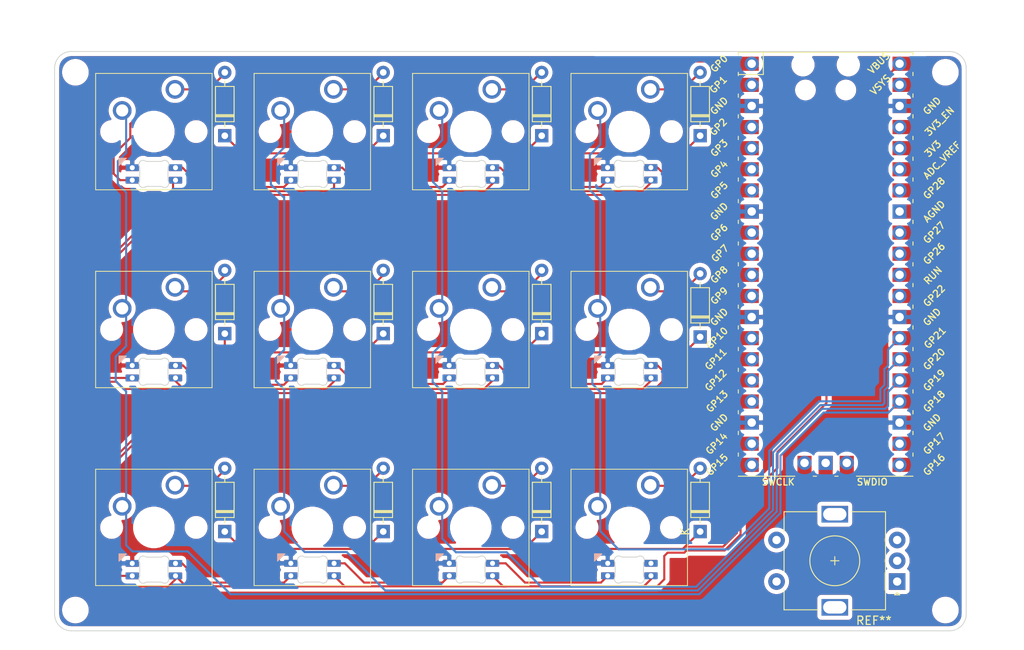
<source format=kicad_pcb>
(kicad_pcb (version 20171130) (host pcbnew "(5.1.10)-1")
  (layers (0 F.Cu signal) (31 B.Cu signal) (34 B.Paste user) (35 F.Paste user) (36 B.SilkS user) (37 F.SilkS user) (38 B.Mask user) (39 F.Mask user) (44 Edge.Cuts user))
  (net 0 "")
  (net 1 col0)
  (net 2 col1)
  (net 3 col2)
  (net 4 col3)
  (net 5 row0)
  (net 6 row1)
  (net 7 row2)
  (net 8 "Net-(D_0-Pad2)")
  (net 9 "Net-(D_1-Pad2)")
  (net 10 "Net-(D_2-Pad2)")
  (net 11 "Net-(D_3-Pad2)")
  (net 12 "Net-(D_4-Pad2)")
  (net 13 "Net-(D_5-Pad2)")
  (net 14 "Net-(D_6-Pad2)")
  (net 15 "Net-(D_7-Pad2)")
  (net 16 "Net-(D_8-Pad2)")
  (net 17 "Net-(D_9-Pad2)")
  (net 18 "Net-(D_10-Pad2)")
  (net 19 "Net-(D_11-Pad2)")
  (net 20 "Net-(U1-Pad43)")
  (net 21 "Net-(U1-Pad42)")
  (net 22 "Net-(U1-Pad41)")
  (net 23 "Net-(U1-Pad21)")
  (net 24 "Net-(U1-Pad22)")
  (net 25 "Net-(U1-Pad29)")
  (net 26 "Net-(U1-Pad30)")
  (net 27 "Net-(U1-Pad33)")
  (net 28 "Net-(U1-Pad35)")
  (net 29 "Net-(U1-Pad36)")
  (net 30 "Net-(U1-Pad37)")
  (net 31 "Net-(U1-Pad39)")
  (net 32 "Net-(U1-Pad19)")
  (net 33 "Net-(U1-Pad17)")
  (net 34 "Net-(U1-Pad16)")
  (net 35 "Net-(U1-Pad14)")
  (net 36 "Net-(U1-Pad12)")
  (net 37 "Net-(U1-Pad11)")
  (net 38 "Net-(U1-Pad10)")
  (net 39 "Net-(U1-Pad9)")
  (net 40 "Net-(U1-Pad5)")
  (net 41 "Net-(U1-Pad4)")
  (net 42 "Net-(U1-Pad2)")
  (net 43 "Net-(U1-Pad31)")
  (net 44 "Net-(U1-Pad32)")
  (net 45 "Net-(U1-Pad34)")
  (net 46 GND)
  (net 47 LEDDINPIN)
  (net 48 VBUS)
  (net 49 "Net-(D10-Pad2)")
  (net 50 "Net-(D10-Pad4)")
  (net 51 "Net-(D1-Pad2)")
  (net 52 "Net-(D2-Pad2)")
  (net 53 "Net-(D3-Pad2)")
  (net 54 "Net-(D4-Pad2)")
  (net 55 "Net-(D5-Pad2)")
  (net 56 "Net-(D6-Pad2)")
  (net 57 "Net-(D7-Pad2)")
  (net 58 "Net-(D8-Pad2)")
  (net 59 "Net-(D11-Pad2)")
  (net 60 "Net-(D12-Pad2)")
  (net 61 "Net-(U1-Pad7)")
  (module Rotary_Encoder:RotaryEncoder_Alps_EC11E-Switch_Vertical_H20mm (layer F.Cu) (at 164.7 102.575 180)
    (fp_text reference REF** (at 2.8 -4.7) (layer F.SilkS))
    (fp_text value RotaryEncoder_Alps_EC11E-Switch_Vertical_H20mm)
    (pad A thru_hole rect (at 0 0 180) (size 2 2) (drill 1) (layers *.Cu *.Mask))
    (pad C thru_hole circle (at 0 2.5 180) (size 2 2) (drill 1) (layers *.Cu *.Mask))
    (pad B thru_hole circle (at 0 5 180) (size 2 2) (drill 1) (layers *.Cu *.Mask))
    (pad MP thru_hole rect (at 7.5 -3.1 180) (size 3.2 2) (drill oval 2.8 1.5) (layers *.Cu *.Mask))
    (pad MP thru_hole rect (at 7.5 8.1 180) (size 3.2 2) (drill oval 2.8 1.5) (layers *.Cu *.Mask))
    (pad S2 thru_hole circle (at 14.5 0 180) (size 2 2) (drill 1) (layers *.Cu *.Mask))
    (pad S1 thru_hole circle (at 14.5 5 180) (size 2 2) (drill 1) (layers *.Cu *.Mask))
  )
  (module sk6812mini:MX_SK6812MINI-E_REV (layer F.Cu) (at 94.4 96.05)
    (fp_text reference D10 hide)
    (fp_text value SK6812MINI-E)
    (fp_line (start 1.699999 4.377158) (end 1.699999 5.782842) (layer Edge.Cuts) (width 0.1))
    (fp_line (start 0.794452 6.579999) (end -0.794453 6.579999) (layer Edge.Cuts) (width 0.1))
    (fp_line (start -1.699999 5.782842) (end -1.699999 4.377158) (layer Edge.Cuts) (width 0.1))
    (fp_line (start -0.794452 3.58) (end 0.794452 3.58) (layer Edge.Cuts) (width 0.1))
    (fp_arc (start 1.298969 3.943403) (end 1.749484 4.16028) (angle -146.0053744) (layer Edge.Cuts) (width 0.1))
    (fp_arc (start 2.199999 4.377158) (end 1.749484 4.16028) (angle -25.70611205) (layer Edge.Cuts) (width 0.1))
    (fp_arc (start 2.199999 5.782842) (end 1.699999 5.782842) (angle -25.70611954) (layer Edge.Cuts) (width 0.1))
    (fp_arc (start 1.298969 6.216598) (end 1.046711 6.648299) (angle -146.0054017) (layer Edge.Cuts) (width 0.1))
    (fp_arc (start 0.794452 7.079999) (end 1.046711 6.648299) (angle -30.29928212) (layer Edge.Cuts) (width 0.1))
    (fp_arc (start -0.794453 7.079999) (end -0.794453 6.579999) (angle -30.29922831) (layer Edge.Cuts) (width 0.1))
    (fp_arc (start -1.298969 6.216597) (end -1.749484 5.99972) (angle -146.0053097) (layer Edge.Cuts) (width 0.1))
    (fp_arc (start -2.199999 5.782842) (end -1.749484 5.99972) (angle -25.70608136) (layer Edge.Cuts) (width 0.1))
    (fp_arc (start -2.199999 4.377158) (end -1.699999 4.377158) (angle -25.70617777) (layer Edge.Cuts) (width 0.1))
    (fp_arc (start -1.298969 3.943402) (end -1.046711 3.511701) (angle -146.0055121) (layer Edge.Cuts) (width 0.1))
    (fp_arc (start -0.794452 3.08) (end -1.046711 3.511701) (angle -30.29933433) (layer Edge.Cuts) (width 0.1))
    (fp_arc (start 0.794452 3.08) (end 0.794452 3.58) (angle -30.2992623) (layer Edge.Cuts) (width 0.1))
    (pad 1 thru_hole roundrect (at 2.6 5.83 90) (size 0.82 1.6) (drill 0.6) (layers *.Cu *.Mask) (roundrect_rratio 0.1) (net 48 VBUS))
    (pad 2 thru_hole roundrect (at 2.6 4.33 90) (size 0.82 1.6) (drill 0.6) (layers *.Cu *.Mask) (roundrect_rratio 0.1) (net 49 "Net-(D10-Pad2)"))
    (pad 4 thru_hole roundrect (at -2.6 5.83 90) (size 0.82 1.6) (drill 0.6) (layers *.Cu *.Mask) (roundrect_rratio 0.1) (net 50 "Net-(D10-Pad4)"))
    (pad 3 thru_hole roundrect (at -2.6 4.33 90) (size 0.82 1.6) (drill 0.6) (layers *.Cu *.Mask) (roundrect_rratio 0.1) (net 46 GND))
  )
  (module MX_Only:MXOnly-1U-NoLED (layer F.Cu) (at 132.485 96.06)
    (fp_text reference K_11)
    (fp_text value KEYSW hide)
    (pad 2 thru_hole circle (at 2.54 -5.08) (size 2.25 2.25) (drill 1.47) (layers *.Cu B.Mask) (net 19 "Net-(D_11-Pad2)"))
    (pad "" np_thru_hole circle (at 0 0) (size 3.9878 3.9878) (drill 3.9878) (layers *.Cu *.Mask))
    (pad 1 thru_hole circle (at -3.81 -2.54) (size 2.25 2.25) (drill 1.47) (layers *.Cu B.Mask) (net 4 col3))
    (pad "" np_thru_hole circle (at -5.08 0 48.0996) (size 1.75 1.75) (drill 1.75) (layers *.Cu *.Mask))
    (pad "" np_thru_hole circle (at 5.08 0 48.0996) (size 1.75 1.75) (drill 1.75) (layers *.Cu *.Mask))
  )
  (module sk6812mini:MX_SK6812MINI-E_REV (layer F.Cu) (at 132.5 96.05)
    (fp_text reference D12 hide)
    (fp_text value SK6812MINI-E)
    (fp_line (start -0.794452 3.58) (end 0.794452 3.58) (layer Edge.Cuts) (width 0.1))
    (fp_line (start -1.699999 5.782842) (end -1.699999 4.377158) (layer Edge.Cuts) (width 0.1))
    (fp_line (start 0.794452 6.579999) (end -0.794453 6.579999) (layer Edge.Cuts) (width 0.1))
    (fp_line (start 1.699999 4.377158) (end 1.699999 5.782842) (layer Edge.Cuts) (width 0.1))
    (fp_arc (start 0.794452 3.08) (end 0.794452 3.58) (angle -30.2992623) (layer Edge.Cuts) (width 0.1))
    (fp_arc (start -0.794452 3.08) (end -1.046711 3.511701) (angle -30.29933433) (layer Edge.Cuts) (width 0.1))
    (fp_arc (start -1.298969 3.943402) (end -1.046711 3.511701) (angle -146.0055121) (layer Edge.Cuts) (width 0.1))
    (fp_arc (start -2.199999 4.377158) (end -1.699999 4.377158) (angle -25.70617777) (layer Edge.Cuts) (width 0.1))
    (fp_arc (start -2.199999 5.782842) (end -1.749484 5.99972) (angle -25.70608136) (layer Edge.Cuts) (width 0.1))
    (fp_arc (start -1.298969 6.216597) (end -1.749484 5.99972) (angle -146.0053097) (layer Edge.Cuts) (width 0.1))
    (fp_arc (start -0.794453 7.079999) (end -0.794453 6.579999) (angle -30.29922831) (layer Edge.Cuts) (width 0.1))
    (fp_arc (start 0.794452 7.079999) (end 1.046711 6.648299) (angle -30.29928212) (layer Edge.Cuts) (width 0.1))
    (fp_arc (start 1.298969 6.216598) (end 1.046711 6.648299) (angle -146.0054017) (layer Edge.Cuts) (width 0.1))
    (fp_arc (start 2.199999 5.782842) (end 1.699999 5.782842) (angle -25.70611954) (layer Edge.Cuts) (width 0.1))
    (fp_arc (start 2.199999 4.377158) (end 1.749484 4.16028) (angle -25.70611205) (layer Edge.Cuts) (width 0.1))
    (fp_arc (start 1.298969 3.943403) (end 1.749484 4.16028) (angle -146.0053744) (layer Edge.Cuts) (width 0.1))
    (pad 3 thru_hole roundrect (at -2.6 4.33 90) (size 0.82 1.6) (drill 0.6) (layers *.Cu *.Mask) (roundrect_rratio 0.1) (net 46 GND))
    (pad 4 thru_hole roundrect (at -2.6 5.83 90) (size 0.82 1.6) (drill 0.6) (layers *.Cu *.Mask) (roundrect_rratio 0.1) (net 59 "Net-(D11-Pad2)"))
    (pad 2 thru_hole roundrect (at 2.6 4.33 90) (size 0.82 1.6) (drill 0.6) (layers *.Cu *.Mask) (roundrect_rratio 0.1) (net 60 "Net-(D12-Pad2)"))
    (pad 1 thru_hole roundrect (at 2.6 5.83 90) (size 0.82 1.6) (drill 0.6) (layers *.Cu *.Mask) (roundrect_rratio 0.1) (net 48 VBUS))
  )
  (module sk6812mini:MX_SK6812MINI-E_REV (layer F.Cu) (at 113.45 96.05)
    (fp_text reference D11 hide)
    (fp_text value SK6812MINI-E)
    (fp_line (start -0.794452 3.58) (end 0.794452 3.58) (layer Edge.Cuts) (width 0.1))
    (fp_line (start -1.699999 5.782842) (end -1.699999 4.377158) (layer Edge.Cuts) (width 0.1))
    (fp_line (start 0.794452 6.579999) (end -0.794453 6.579999) (layer Edge.Cuts) (width 0.1))
    (fp_line (start 1.699999 4.377158) (end 1.699999 5.782842) (layer Edge.Cuts) (width 0.1))
    (fp_arc (start 0.794452 3.08) (end 0.794452 3.58) (angle -30.2992623) (layer Edge.Cuts) (width 0.1))
    (fp_arc (start -0.794452 3.08) (end -1.046711 3.511701) (angle -30.29933433) (layer Edge.Cuts) (width 0.1))
    (fp_arc (start -1.298969 3.943402) (end -1.046711 3.511701) (angle -146.0055121) (layer Edge.Cuts) (width 0.1))
    (fp_arc (start -2.199999 4.377158) (end -1.699999 4.377158) (angle -25.70617777) (layer Edge.Cuts) (width 0.1))
    (fp_arc (start -2.199999 5.782842) (end -1.749484 5.99972) (angle -25.70608136) (layer Edge.Cuts) (width 0.1))
    (fp_arc (start -1.298969 6.216597) (end -1.749484 5.99972) (angle -146.0053097) (layer Edge.Cuts) (width 0.1))
    (fp_arc (start -0.794453 7.079999) (end -0.794453 6.579999) (angle -30.29922831) (layer Edge.Cuts) (width 0.1))
    (fp_arc (start 0.794452 7.079999) (end 1.046711 6.648299) (angle -30.29928212) (layer Edge.Cuts) (width 0.1))
    (fp_arc (start 1.298969 6.216598) (end 1.046711 6.648299) (angle -146.0054017) (layer Edge.Cuts) (width 0.1))
    (fp_arc (start 2.199999 5.782842) (end 1.699999 5.782842) (angle -25.70611954) (layer Edge.Cuts) (width 0.1))
    (fp_arc (start 2.199999 4.377158) (end 1.749484 4.16028) (angle -25.70611205) (layer Edge.Cuts) (width 0.1))
    (fp_arc (start 1.298969 3.943403) (end 1.749484 4.16028) (angle -146.0053744) (layer Edge.Cuts) (width 0.1))
    (pad 3 thru_hole roundrect (at -2.6 4.33 90) (size 0.82 1.6) (drill 0.6) (layers *.Cu *.Mask) (roundrect_rratio 0.1) (net 46 GND))
    (pad 4 thru_hole roundrect (at -2.6 5.83 90) (size 0.82 1.6) (drill 0.6) (layers *.Cu *.Mask) (roundrect_rratio 0.1) (net 49 "Net-(D10-Pad2)"))
    (pad 2 thru_hole roundrect (at 2.6 4.33 90) (size 0.82 1.6) (drill 0.6) (layers *.Cu *.Mask) (roundrect_rratio 0.1) (net 59 "Net-(D11-Pad2)"))
    (pad 1 thru_hole roundrect (at 2.6 5.83 90) (size 0.82 1.6) (drill 0.6) (layers *.Cu *.Mask) (roundrect_rratio 0.1) (net 48 VBUS))
  )
  (module sk6812mini:MX_SK6812MINI-E_REV (layer F.Cu) (at 75.335 96.06)
    (fp_text reference D9 hide)
    (fp_text value SK6812MINI-E)
    (fp_line (start -0.794452 3.58) (end 0.794452 3.58) (layer Edge.Cuts) (width 0.1))
    (fp_line (start -1.699999 5.782842) (end -1.699999 4.377158) (layer Edge.Cuts) (width 0.1))
    (fp_line (start 0.794452 6.579999) (end -0.794453 6.579999) (layer Edge.Cuts) (width 0.1))
    (fp_line (start 1.699999 4.377158) (end 1.699999 5.782842) (layer Edge.Cuts) (width 0.1))
    (fp_arc (start 0.794452 3.08) (end 0.794452 3.58) (angle -30.2992623) (layer Edge.Cuts) (width 0.1))
    (fp_arc (start -0.794452 3.08) (end -1.046711 3.511701) (angle -30.29933433) (layer Edge.Cuts) (width 0.1))
    (fp_arc (start -1.298969 3.943402) (end -1.046711 3.511701) (angle -146.0055121) (layer Edge.Cuts) (width 0.1))
    (fp_arc (start -2.199999 4.377158) (end -1.699999 4.377158) (angle -25.70617777) (layer Edge.Cuts) (width 0.1))
    (fp_arc (start -2.199999 5.782842) (end -1.749484 5.99972) (angle -25.70608136) (layer Edge.Cuts) (width 0.1))
    (fp_arc (start -1.298969 6.216597) (end -1.749484 5.99972) (angle -146.0053097) (layer Edge.Cuts) (width 0.1))
    (fp_arc (start -0.794453 7.079999) (end -0.794453 6.579999) (angle -30.29922831) (layer Edge.Cuts) (width 0.1))
    (fp_arc (start 0.794452 7.079999) (end 1.046711 6.648299) (angle -30.29928212) (layer Edge.Cuts) (width 0.1))
    (fp_arc (start 1.298969 6.216598) (end 1.046711 6.648299) (angle -146.0054017) (layer Edge.Cuts) (width 0.1))
    (fp_arc (start 2.199999 5.782842) (end 1.699999 5.782842) (angle -25.70611954) (layer Edge.Cuts) (width 0.1))
    (fp_arc (start 2.199999 4.377158) (end 1.749484 4.16028) (angle -25.70611205) (layer Edge.Cuts) (width 0.1))
    (fp_arc (start 1.298969 3.943403) (end 1.749484 4.16028) (angle -146.0053744) (layer Edge.Cuts) (width 0.1))
    (pad 3 thru_hole roundrect (at -2.6 4.33 90) (size 0.82 1.6) (drill 0.6) (layers *.Cu *.Mask) (roundrect_rratio 0.1) (net 46 GND))
    (pad 4 thru_hole roundrect (at -2.6 5.83 90) (size 0.82 1.6) (drill 0.6) (layers *.Cu *.Mask) (roundrect_rratio 0.1) (net 58 "Net-(D8-Pad2)"))
    (pad 2 thru_hole roundrect (at 2.6 4.33 90) (size 0.82 1.6) (drill 0.6) (layers *.Cu *.Mask) (roundrect_rratio 0.1) (net 50 "Net-(D10-Pad4)"))
    (pad 1 thru_hole roundrect (at 2.6 5.83 90) (size 0.82 1.6) (drill 0.6) (layers *.Cu *.Mask) (roundrect_rratio 0.1) (net 48 VBUS))
  )
  (module sk6812mini:MX_SK6812MINI-E_REV (layer F.Cu) (at 132.5 72.25)
    (fp_text reference D8 hide)
    (fp_text value SK6812MINI-E)
    (fp_line (start -0.794452 3.58) (end 0.794452 3.58) (layer Edge.Cuts) (width 0.1))
    (fp_line (start -1.699999 5.782842) (end -1.699999 4.377158) (layer Edge.Cuts) (width 0.1))
    (fp_line (start 0.794452 6.579999) (end -0.794453 6.579999) (layer Edge.Cuts) (width 0.1))
    (fp_line (start 1.699999 4.377158) (end 1.699999 5.782842) (layer Edge.Cuts) (width 0.1))
    (fp_arc (start 0.794452 3.08) (end 0.794452 3.58) (angle -30.2992623) (layer Edge.Cuts) (width 0.1))
    (fp_arc (start -0.794452 3.08) (end -1.046711 3.511701) (angle -30.29933433) (layer Edge.Cuts) (width 0.1))
    (fp_arc (start -1.298969 3.943402) (end -1.046711 3.511701) (angle -146.0055121) (layer Edge.Cuts) (width 0.1))
    (fp_arc (start -2.199999 4.377158) (end -1.699999 4.377158) (angle -25.70617777) (layer Edge.Cuts) (width 0.1))
    (fp_arc (start -2.199999 5.782842) (end -1.749484 5.99972) (angle -25.70608136) (layer Edge.Cuts) (width 0.1))
    (fp_arc (start -1.298969 6.216597) (end -1.749484 5.99972) (angle -146.0053097) (layer Edge.Cuts) (width 0.1))
    (fp_arc (start -0.794453 7.079999) (end -0.794453 6.579999) (angle -30.29922831) (layer Edge.Cuts) (width 0.1))
    (fp_arc (start 0.794452 7.079999) (end 1.046711 6.648299) (angle -30.29928212) (layer Edge.Cuts) (width 0.1))
    (fp_arc (start 1.298969 6.216598) (end 1.046711 6.648299) (angle -146.0054017) (layer Edge.Cuts) (width 0.1))
    (fp_arc (start 2.199999 5.782842) (end 1.699999 5.782842) (angle -25.70611954) (layer Edge.Cuts) (width 0.1))
    (fp_arc (start 2.199999 4.377158) (end 1.749484 4.16028) (angle -25.70611205) (layer Edge.Cuts) (width 0.1))
    (fp_arc (start 1.298969 3.943403) (end 1.749484 4.16028) (angle -146.0053744) (layer Edge.Cuts) (width 0.1))
    (pad 3 thru_hole roundrect (at -2.6 4.33 90) (size 0.82 1.6) (drill 0.6) (layers *.Cu *.Mask) (roundrect_rratio 0.1) (net 46 GND))
    (pad 4 thru_hole roundrect (at -2.6 5.83 90) (size 0.82 1.6) (drill 0.6) (layers *.Cu *.Mask) (roundrect_rratio 0.1) (net 57 "Net-(D7-Pad2)"))
    (pad 2 thru_hole roundrect (at 2.6 4.33 90) (size 0.82 1.6) (drill 0.6) (layers *.Cu *.Mask) (roundrect_rratio 0.1) (net 58 "Net-(D8-Pad2)"))
    (pad 1 thru_hole roundrect (at 2.6 5.83 90) (size 0.82 1.6) (drill 0.6) (layers *.Cu *.Mask) (roundrect_rratio 0.1) (net 48 VBUS))
  )
  (module sk6812mini:MX_SK6812MINI-E_REV (layer F.Cu) (at 113.435 72.2475)
    (fp_text reference D7 hide)
    (fp_text value SK6812MINI-E)
    (fp_line (start -0.794452 3.58) (end 0.794452 3.58) (layer Edge.Cuts) (width 0.1))
    (fp_line (start -1.699999 5.782842) (end -1.699999 4.377158) (layer Edge.Cuts) (width 0.1))
    (fp_line (start 0.794452 6.579999) (end -0.794453 6.579999) (layer Edge.Cuts) (width 0.1))
    (fp_line (start 1.699999 4.377158) (end 1.699999 5.782842) (layer Edge.Cuts) (width 0.1))
    (fp_arc (start 0.794452 3.08) (end 0.794452 3.58) (angle -30.2992623) (layer Edge.Cuts) (width 0.1))
    (fp_arc (start -0.794452 3.08) (end -1.046711 3.511701) (angle -30.29933433) (layer Edge.Cuts) (width 0.1))
    (fp_arc (start -1.298969 3.943402) (end -1.046711 3.511701) (angle -146.0055121) (layer Edge.Cuts) (width 0.1))
    (fp_arc (start -2.199999 4.377158) (end -1.699999 4.377158) (angle -25.70617777) (layer Edge.Cuts) (width 0.1))
    (fp_arc (start -2.199999 5.782842) (end -1.749484 5.99972) (angle -25.70608136) (layer Edge.Cuts) (width 0.1))
    (fp_arc (start -1.298969 6.216597) (end -1.749484 5.99972) (angle -146.0053097) (layer Edge.Cuts) (width 0.1))
    (fp_arc (start -0.794453 7.079999) (end -0.794453 6.579999) (angle -30.29922831) (layer Edge.Cuts) (width 0.1))
    (fp_arc (start 0.794452 7.079999) (end 1.046711 6.648299) (angle -30.29928212) (layer Edge.Cuts) (width 0.1))
    (fp_arc (start 1.298969 6.216598) (end 1.046711 6.648299) (angle -146.0054017) (layer Edge.Cuts) (width 0.1))
    (fp_arc (start 2.199999 5.782842) (end 1.699999 5.782842) (angle -25.70611954) (layer Edge.Cuts) (width 0.1))
    (fp_arc (start 2.199999 4.377158) (end 1.749484 4.16028) (angle -25.70611205) (layer Edge.Cuts) (width 0.1))
    (fp_arc (start 1.298969 3.943403) (end 1.749484 4.16028) (angle -146.0053744) (layer Edge.Cuts) (width 0.1))
    (pad 3 thru_hole roundrect (at -2.6 4.33 90) (size 0.82 1.6) (drill 0.6) (layers *.Cu *.Mask) (roundrect_rratio 0.1) (net 46 GND))
    (pad 4 thru_hole roundrect (at -2.6 5.83 90) (size 0.82 1.6) (drill 0.6) (layers *.Cu *.Mask) (roundrect_rratio 0.1) (net 56 "Net-(D6-Pad2)"))
    (pad 2 thru_hole roundrect (at 2.6 4.33 90) (size 0.82 1.6) (drill 0.6) (layers *.Cu *.Mask) (roundrect_rratio 0.1) (net 57 "Net-(D7-Pad2)"))
    (pad 1 thru_hole roundrect (at 2.6 5.83 90) (size 0.82 1.6) (drill 0.6) (layers *.Cu *.Mask) (roundrect_rratio 0.1) (net 48 VBUS))
  )
  (module sk6812mini:MX_SK6812MINI-E_REV (layer F.Cu) (at 94.385 72.2475)
    (fp_text reference D6 hide)
    (fp_text value SK6812MINI-E)
    (fp_line (start -0.794452 3.58) (end 0.794452 3.58) (layer Edge.Cuts) (width 0.1))
    (fp_line (start -1.699999 5.782842) (end -1.699999 4.377158) (layer Edge.Cuts) (width 0.1))
    (fp_line (start 0.794452 6.579999) (end -0.794453 6.579999) (layer Edge.Cuts) (width 0.1))
    (fp_line (start 1.699999 4.377158) (end 1.699999 5.782842) (layer Edge.Cuts) (width 0.1))
    (fp_arc (start 0.794452 3.08) (end 0.794452 3.58) (angle -30.2992623) (layer Edge.Cuts) (width 0.1))
    (fp_arc (start -0.794452 3.08) (end -1.046711 3.511701) (angle -30.29933433) (layer Edge.Cuts) (width 0.1))
    (fp_arc (start -1.298969 3.943402) (end -1.046711 3.511701) (angle -146.0055121) (layer Edge.Cuts) (width 0.1))
    (fp_arc (start -2.199999 4.377158) (end -1.699999 4.377158) (angle -25.70617777) (layer Edge.Cuts) (width 0.1))
    (fp_arc (start -2.199999 5.782842) (end -1.749484 5.99972) (angle -25.70608136) (layer Edge.Cuts) (width 0.1))
    (fp_arc (start -1.298969 6.216597) (end -1.749484 5.99972) (angle -146.0053097) (layer Edge.Cuts) (width 0.1))
    (fp_arc (start -0.794453 7.079999) (end -0.794453 6.579999) (angle -30.29922831) (layer Edge.Cuts) (width 0.1))
    (fp_arc (start 0.794452 7.079999) (end 1.046711 6.648299) (angle -30.29928212) (layer Edge.Cuts) (width 0.1))
    (fp_arc (start 1.298969 6.216598) (end 1.046711 6.648299) (angle -146.0054017) (layer Edge.Cuts) (width 0.1))
    (fp_arc (start 2.199999 5.782842) (end 1.699999 5.782842) (angle -25.70611954) (layer Edge.Cuts) (width 0.1))
    (fp_arc (start 2.199999 4.377158) (end 1.749484 4.16028) (angle -25.70611205) (layer Edge.Cuts) (width 0.1))
    (fp_arc (start 1.298969 3.943403) (end 1.749484 4.16028) (angle -146.0053744) (layer Edge.Cuts) (width 0.1))
    (pad 3 thru_hole roundrect (at -2.6 4.33 90) (size 0.82 1.6) (drill 0.6) (layers *.Cu *.Mask) (roundrect_rratio 0.1) (net 46 GND))
    (pad 4 thru_hole roundrect (at -2.6 5.83 90) (size 0.82 1.6) (drill 0.6) (layers *.Cu *.Mask) (roundrect_rratio 0.1) (net 55 "Net-(D5-Pad2)"))
    (pad 2 thru_hole roundrect (at 2.6 4.33 90) (size 0.82 1.6) (drill 0.6) (layers *.Cu *.Mask) (roundrect_rratio 0.1) (net 56 "Net-(D6-Pad2)"))
    (pad 1 thru_hole roundrect (at 2.6 5.83 90) (size 0.82 1.6) (drill 0.6) (layers *.Cu *.Mask) (roundrect_rratio 0.1) (net 48 VBUS))
  )
  (module sk6812mini:MX_SK6812MINI-E_REV (layer F.Cu) (at 75.335 72.2475)
    (fp_text reference D5 hide)
    (fp_text value SK6812MINI-E)
    (fp_line (start -0.794452 3.58) (end 0.794452 3.58) (layer Edge.Cuts) (width 0.1))
    (fp_line (start -1.699999 5.782842) (end -1.699999 4.377158) (layer Edge.Cuts) (width 0.1))
    (fp_line (start 0.794452 6.579999) (end -0.794453 6.579999) (layer Edge.Cuts) (width 0.1))
    (fp_line (start 1.699999 4.377158) (end 1.699999 5.782842) (layer Edge.Cuts) (width 0.1))
    (fp_arc (start 0.794452 3.08) (end 0.794452 3.58) (angle -30.2992623) (layer Edge.Cuts) (width 0.1))
    (fp_arc (start -0.794452 3.08) (end -1.046711 3.511701) (angle -30.29933433) (layer Edge.Cuts) (width 0.1))
    (fp_arc (start -1.298969 3.943402) (end -1.046711 3.511701) (angle -146.0055121) (layer Edge.Cuts) (width 0.1))
    (fp_arc (start -2.199999 4.377158) (end -1.699999 4.377158) (angle -25.70617777) (layer Edge.Cuts) (width 0.1))
    (fp_arc (start -2.199999 5.782842) (end -1.749484 5.99972) (angle -25.70608136) (layer Edge.Cuts) (width 0.1))
    (fp_arc (start -1.298969 6.216597) (end -1.749484 5.99972) (angle -146.0053097) (layer Edge.Cuts) (width 0.1))
    (fp_arc (start -0.794453 7.079999) (end -0.794453 6.579999) (angle -30.29922831) (layer Edge.Cuts) (width 0.1))
    (fp_arc (start 0.794452 7.079999) (end 1.046711 6.648299) (angle -30.29928212) (layer Edge.Cuts) (width 0.1))
    (fp_arc (start 1.298969 6.216598) (end 1.046711 6.648299) (angle -146.0054017) (layer Edge.Cuts) (width 0.1))
    (fp_arc (start 2.199999 5.782842) (end 1.699999 5.782842) (angle -25.70611954) (layer Edge.Cuts) (width 0.1))
    (fp_arc (start 2.199999 4.377158) (end 1.749484 4.16028) (angle -25.70611205) (layer Edge.Cuts) (width 0.1))
    (fp_arc (start 1.298969 3.943403) (end 1.749484 4.16028) (angle -146.0053744) (layer Edge.Cuts) (width 0.1))
    (pad 3 thru_hole roundrect (at -2.6 4.33 90) (size 0.82 1.6) (drill 0.6) (layers *.Cu *.Mask) (roundrect_rratio 0.1) (net 46 GND))
    (pad 4 thru_hole roundrect (at -2.6 5.83 90) (size 0.82 1.6) (drill 0.6) (layers *.Cu *.Mask) (roundrect_rratio 0.1) (net 54 "Net-(D4-Pad2)"))
    (pad 2 thru_hole roundrect (at 2.6 4.33 90) (size 0.82 1.6) (drill 0.6) (layers *.Cu *.Mask) (roundrect_rratio 0.1) (net 55 "Net-(D5-Pad2)"))
    (pad 1 thru_hole roundrect (at 2.6 5.83 90) (size 0.82 1.6) (drill 0.6) (layers *.Cu *.Mask) (roundrect_rratio 0.1) (net 48 VBUS))
  )
  (module sk6812mini:MX_SK6812MINI-E_REV (layer F.Cu) (at 132.485 48.435)
    (fp_text reference D4 hide)
    (fp_text value SK6812MINI-E)
    (fp_line (start -0.794452 3.58) (end 0.794452 3.58) (layer Edge.Cuts) (width 0.1))
    (fp_line (start -1.699999 5.782842) (end -1.699999 4.377158) (layer Edge.Cuts) (width 0.1))
    (fp_line (start 0.794452 6.579999) (end -0.794453 6.579999) (layer Edge.Cuts) (width 0.1))
    (fp_line (start 1.699999 4.377158) (end 1.699999 5.782842) (layer Edge.Cuts) (width 0.1))
    (fp_arc (start 0.794452 3.08) (end 0.794452 3.58) (angle -30.2992623) (layer Edge.Cuts) (width 0.1))
    (fp_arc (start -0.794452 3.08) (end -1.046711 3.511701) (angle -30.29933433) (layer Edge.Cuts) (width 0.1))
    (fp_arc (start -1.298969 3.943402) (end -1.046711 3.511701) (angle -146.0055121) (layer Edge.Cuts) (width 0.1))
    (fp_arc (start -2.199999 4.377158) (end -1.699999 4.377158) (angle -25.70617777) (layer Edge.Cuts) (width 0.1))
    (fp_arc (start -2.199999 5.782842) (end -1.749484 5.99972) (angle -25.70608136) (layer Edge.Cuts) (width 0.1))
    (fp_arc (start -1.298969 6.216597) (end -1.749484 5.99972) (angle -146.0053097) (layer Edge.Cuts) (width 0.1))
    (fp_arc (start -0.794453 7.079999) (end -0.794453 6.579999) (angle -30.29922831) (layer Edge.Cuts) (width 0.1))
    (fp_arc (start 0.794452 7.079999) (end 1.046711 6.648299) (angle -30.29928212) (layer Edge.Cuts) (width 0.1))
    (fp_arc (start 1.298969 6.216598) (end 1.046711 6.648299) (angle -146.0054017) (layer Edge.Cuts) (width 0.1))
    (fp_arc (start 2.199999 5.782842) (end 1.699999 5.782842) (angle -25.70611954) (layer Edge.Cuts) (width 0.1))
    (fp_arc (start 2.199999 4.377158) (end 1.749484 4.16028) (angle -25.70611205) (layer Edge.Cuts) (width 0.1))
    (fp_arc (start 1.298969 3.943403) (end 1.749484 4.16028) (angle -146.0053744) (layer Edge.Cuts) (width 0.1))
    (pad 3 thru_hole roundrect (at -2.6 4.33 90) (size 0.82 1.6) (drill 0.6) (layers *.Cu *.Mask) (roundrect_rratio 0.1) (net 46 GND))
    (pad 4 thru_hole roundrect (at -2.6 5.83 90) (size 0.82 1.6) (drill 0.6) (layers *.Cu *.Mask) (roundrect_rratio 0.1) (net 53 "Net-(D3-Pad2)"))
    (pad 2 thru_hole roundrect (at 2.6 4.33 90) (size 0.82 1.6) (drill 0.6) (layers *.Cu *.Mask) (roundrect_rratio 0.1) (net 54 "Net-(D4-Pad2)"))
    (pad 1 thru_hole roundrect (at 2.6 5.83 90) (size 0.82 1.6) (drill 0.6) (layers *.Cu *.Mask) (roundrect_rratio 0.1) (net 48 VBUS))
  )
  (module sk6812mini:MX_SK6812MINI-E_REV (layer F.Cu) (at 113.45 48.45)
    (fp_text reference D3 hide)
    (fp_text value SK6812MINI-E)
    (fp_line (start -0.794452 3.58) (end 0.794452 3.58) (layer Edge.Cuts) (width 0.1))
    (fp_line (start -1.699999 5.782842) (end -1.699999 4.377158) (layer Edge.Cuts) (width 0.1))
    (fp_line (start 0.794452 6.579999) (end -0.794453 6.579999) (layer Edge.Cuts) (width 0.1))
    (fp_line (start 1.699999 4.377158) (end 1.699999 5.782842) (layer Edge.Cuts) (width 0.1))
    (fp_arc (start 0.794452 3.08) (end 0.794452 3.58) (angle -30.2992623) (layer Edge.Cuts) (width 0.1))
    (fp_arc (start -0.794452 3.08) (end -1.046711 3.511701) (angle -30.29933433) (layer Edge.Cuts) (width 0.1))
    (fp_arc (start -1.298969 3.943402) (end -1.046711 3.511701) (angle -146.0055121) (layer Edge.Cuts) (width 0.1))
    (fp_arc (start -2.199999 4.377158) (end -1.699999 4.377158) (angle -25.70617777) (layer Edge.Cuts) (width 0.1))
    (fp_arc (start -2.199999 5.782842) (end -1.749484 5.99972) (angle -25.70608136) (layer Edge.Cuts) (width 0.1))
    (fp_arc (start -1.298969 6.216597) (end -1.749484 5.99972) (angle -146.0053097) (layer Edge.Cuts) (width 0.1))
    (fp_arc (start -0.794453 7.079999) (end -0.794453 6.579999) (angle -30.29922831) (layer Edge.Cuts) (width 0.1))
    (fp_arc (start 0.794452 7.079999) (end 1.046711 6.648299) (angle -30.29928212) (layer Edge.Cuts) (width 0.1))
    (fp_arc (start 1.298969 6.216598) (end 1.046711 6.648299) (angle -146.0054017) (layer Edge.Cuts) (width 0.1))
    (fp_arc (start 2.199999 5.782842) (end 1.699999 5.782842) (angle -25.70611954) (layer Edge.Cuts) (width 0.1))
    (fp_arc (start 2.199999 4.377158) (end 1.749484 4.16028) (angle -25.70611205) (layer Edge.Cuts) (width 0.1))
    (fp_arc (start 1.298969 3.943403) (end 1.749484 4.16028) (angle -146.0053744) (layer Edge.Cuts) (width 0.1))
    (pad 3 thru_hole roundrect (at -2.6 4.33 90) (size 0.82 1.6) (drill 0.6) (layers *.Cu *.Mask) (roundrect_rratio 0.1) (net 46 GND))
    (pad 4 thru_hole roundrect (at -2.6 5.83 90) (size 0.82 1.6) (drill 0.6) (layers *.Cu *.Mask) (roundrect_rratio 0.1) (net 52 "Net-(D2-Pad2)"))
    (pad 2 thru_hole roundrect (at 2.6 4.33 90) (size 0.82 1.6) (drill 0.6) (layers *.Cu *.Mask) (roundrect_rratio 0.1) (net 53 "Net-(D3-Pad2)"))
    (pad 1 thru_hole roundrect (at 2.6 5.83 90) (size 0.82 1.6) (drill 0.6) (layers *.Cu *.Mask) (roundrect_rratio 0.1) (net 48 VBUS))
  )
  (module sk6812mini:MX_SK6812MINI-E_REV (layer F.Cu) (at 94.4 48.45)
    (fp_text reference D2 hide)
    (fp_text value SK6812MINI-E)
    (fp_line (start -0.794452 3.58) (end 0.794452 3.58) (layer Edge.Cuts) (width 0.1))
    (fp_line (start -1.699999 5.782842) (end -1.699999 4.377158) (layer Edge.Cuts) (width 0.1))
    (fp_line (start 0.794452 6.579999) (end -0.794453 6.579999) (layer Edge.Cuts) (width 0.1))
    (fp_line (start 1.699999 4.377158) (end 1.699999 5.782842) (layer Edge.Cuts) (width 0.1))
    (fp_arc (start 0.794452 3.08) (end 0.794452 3.58) (angle -30.2992623) (layer Edge.Cuts) (width 0.1))
    (fp_arc (start -0.794452 3.08) (end -1.046711 3.511701) (angle -30.29933433) (layer Edge.Cuts) (width 0.1))
    (fp_arc (start -1.298969 3.943402) (end -1.046711 3.511701) (angle -146.0055121) (layer Edge.Cuts) (width 0.1))
    (fp_arc (start -2.199999 4.377158) (end -1.699999 4.377158) (angle -25.70617777) (layer Edge.Cuts) (width 0.1))
    (fp_arc (start -2.199999 5.782842) (end -1.749484 5.99972) (angle -25.70608136) (layer Edge.Cuts) (width 0.1))
    (fp_arc (start -1.298969 6.216597) (end -1.749484 5.99972) (angle -146.0053097) (layer Edge.Cuts) (width 0.1))
    (fp_arc (start -0.794453 7.079999) (end -0.794453 6.579999) (angle -30.29922831) (layer Edge.Cuts) (width 0.1))
    (fp_arc (start 0.794452 7.079999) (end 1.046711 6.648299) (angle -30.29928212) (layer Edge.Cuts) (width 0.1))
    (fp_arc (start 1.298969 6.216598) (end 1.046711 6.648299) (angle -146.0054017) (layer Edge.Cuts) (width 0.1))
    (fp_arc (start 2.199999 5.782842) (end 1.699999 5.782842) (angle -25.70611954) (layer Edge.Cuts) (width 0.1))
    (fp_arc (start 2.199999 4.377158) (end 1.749484 4.16028) (angle -25.70611205) (layer Edge.Cuts) (width 0.1))
    (fp_arc (start 1.298969 3.943403) (end 1.749484 4.16028) (angle -146.0053744) (layer Edge.Cuts) (width 0.1))
    (pad 3 thru_hole roundrect (at -2.6 4.33 90) (size 0.82 1.6) (drill 0.6) (layers *.Cu *.Mask) (roundrect_rratio 0.1) (net 46 GND))
    (pad 4 thru_hole roundrect (at -2.6 5.83 90) (size 0.82 1.6) (drill 0.6) (layers *.Cu *.Mask) (roundrect_rratio 0.1) (net 51 "Net-(D1-Pad2)"))
    (pad 2 thru_hole roundrect (at 2.6 4.33 90) (size 0.82 1.6) (drill 0.6) (layers *.Cu *.Mask) (roundrect_rratio 0.1) (net 52 "Net-(D2-Pad2)"))
    (pad 1 thru_hole roundrect (at 2.6 5.83 90) (size 0.82 1.6) (drill 0.6) (layers *.Cu *.Mask) (roundrect_rratio 0.1) (net 48 VBUS))
  )
  (module sk6812mini:MX_SK6812MINI-E_REV (layer F.Cu) (at 75.335 48.45)
    (fp_text reference D1 hide)
    (fp_text value SK6812MINI-E)
    (fp_line (start -0.794452 3.58) (end 0.794452 3.58) (layer Edge.Cuts) (width 0.1))
    (fp_line (start -1.699999 5.782842) (end -1.699999 4.377158) (layer Edge.Cuts) (width 0.1))
    (fp_line (start 0.794452 6.579999) (end -0.794453 6.579999) (layer Edge.Cuts) (width 0.1))
    (fp_line (start 1.699999 4.377158) (end 1.699999 5.782842) (layer Edge.Cuts) (width 0.1))
    (fp_arc (start 0.794452 3.08) (end 0.794452 3.58) (angle -30.2992623) (layer Edge.Cuts) (width 0.1))
    (fp_arc (start -0.794452 3.08) (end -1.046711 3.511701) (angle -30.29933433) (layer Edge.Cuts) (width 0.1))
    (fp_arc (start -1.298969 3.943402) (end -1.046711 3.511701) (angle -146.0055121) (layer Edge.Cuts) (width 0.1))
    (fp_arc (start -2.199999 4.377158) (end -1.699999 4.377158) (angle -25.70617777) (layer Edge.Cuts) (width 0.1))
    (fp_arc (start -2.199999 5.782842) (end -1.749484 5.99972) (angle -25.70608136) (layer Edge.Cuts) (width 0.1))
    (fp_arc (start -1.298969 6.216597) (end -1.749484 5.99972) (angle -146.0053097) (layer Edge.Cuts) (width 0.1))
    (fp_arc (start -0.794453 7.079999) (end -0.794453 6.579999) (angle -30.29922831) (layer Edge.Cuts) (width 0.1))
    (fp_arc (start 0.794452 7.079999) (end 1.046711 6.648299) (angle -30.29928212) (layer Edge.Cuts) (width 0.1))
    (fp_arc (start 1.298969 6.216598) (end 1.046711 6.648299) (angle -146.0054017) (layer Edge.Cuts) (width 0.1))
    (fp_arc (start 2.199999 5.782842) (end 1.699999 5.782842) (angle -25.70611954) (layer Edge.Cuts) (width 0.1))
    (fp_arc (start 2.199999 4.377158) (end 1.749484 4.16028) (angle -25.70611205) (layer Edge.Cuts) (width 0.1))
    (fp_arc (start 1.298969 3.943403) (end 1.749484 4.16028) (angle -146.0053744) (layer Edge.Cuts) (width 0.1))
    (pad 3 thru_hole roundrect (at -2.6 4.33 90) (size 0.82 1.6) (drill 0.6) (layers *.Cu *.Mask) (roundrect_rratio 0.1) (net 46 GND))
    (pad 4 thru_hole roundrect (at -2.6 5.83 90) (size 0.82 1.6) (drill 0.6) (layers *.Cu *.Mask) (roundrect_rratio 0.1) (net 47 LEDDINPIN))
    (pad 2 thru_hole roundrect (at 2.6 4.33 90) (size 0.82 1.6) (drill 0.6) (layers *.Cu *.Mask) (roundrect_rratio 0.1) (net 51 "Net-(D1-Pad2)"))
    (pad 1 thru_hole roundrect (at 2.6 5.83 90) (size 0.82 1.6) (drill 0.6) (layers *.Cu *.Mask) (roundrect_rratio 0.1) (net 48 VBUS))
  )
  (module MCU_RaspberryPi_and_Boards:RPi_Pico_SMD_TH (layer F.Cu) (at 156.1 64.4)
    (fp_text reference U1)
    (fp_text value Pico)
    (fp_text user SWDIO (at 5.6 26.2) (layer F.SilkS) (effects (font (size 0.8 0.8))))
    (fp_text user SWCLK (at -5.7 26.2) (layer F.SilkS) (effects (font (size 0.8 0.8))))
    (fp_text user AGND (at 13.054 -6.35 45) (layer F.SilkS) (effects (font (size 0.8 0.8))))
    (fp_text user GND (at 12.8 -19.05 45) (layer F.SilkS) (effects (font (size 0.8 0.8))))
    (fp_text user GND (at 12.8 6.35 45) (layer F.SilkS) (effects (font (size 0.8 0.8))))
    (fp_text user GND (at 12.8 19.05 45) (layer F.SilkS) (effects (font (size 0.8 0.8))))
    (fp_text user GND (at -12.8 19.05 45) (layer F.SilkS) (effects (font (size 0.8 0.8))))
    (fp_text user GND (at -12.8 6.35 45) (layer F.SilkS) (effects (font (size 0.8 0.8))))
    (fp_text user GND (at -12.8 -6.35 45) (layer F.SilkS) (effects (font (size 0.8 0.8))))
    (fp_text user GND (at -12.8 -19.05 45) (layer F.SilkS) (effects (font (size 0.8 0.8))))
    (fp_text user VBUS (at 6.4 -24.2 45) (layer F.SilkS) (effects (font (size 0.8 0.8))))
    (fp_text user VSYS (at 6.6 -21.59 45) (layer F.SilkS) (effects (font (size 0.8 0.8))))
    (fp_text user 3V3_EN (at 13.7 -17.2 45) (layer F.SilkS) (effects (font (size 0.8 0.8))))
    (fp_text user 3V3 (at 12.9 -13.9 45) (layer F.SilkS) (effects (font (size 0.8 0.8))))
    (fp_text user ADC_VREF (at 14 -12.5 45) (layer F.SilkS) (effects (font (size 0.8 0.8))))
    (fp_text user GP28 (at 13.054 -9.144 45) (layer F.SilkS) (effects (font (size 0.8 0.8))))
    (fp_text user GP27 (at 13.054 -3.8 45) (layer F.SilkS) (effects (font (size 0.8 0.8))))
    (fp_text user GP26 (at 13.054 -1.27 45) (layer F.SilkS) (effects (font (size 0.8 0.8))))
    (fp_text user RUN (at 12.9 1.35 45) (layer F.SilkS) (effects (font (size 0.8 0.8))))
    (fp_text user GP22 (at 13.054 3.81 45) (layer F.SilkS) (effects (font (size 0.8 0.8))))
    (fp_text user GP21 (at 13.15 8.85 45) (layer F.SilkS) (effects (font (size 0.8 0.8))))
    (fp_text user GP20 (at 13.054 11.43 45) (layer F.SilkS) (effects (font (size 0.8 0.8))))
    (fp_text user GP19 (at 13.054 13.97 45) (layer F.SilkS) (effects (font (size 0.8 0.8))))
    (fp_text user GP18 (at 13.054 16.51 45) (layer F.SilkS) (effects (font (size 0.8 0.8))))
    (fp_text user GP17 (at 13.054 21.59 45) (layer F.SilkS) (effects (font (size 0.8 0.8))))
    (fp_text user GP16 (at 13.054 24.13 45) (layer F.SilkS) (effects (font (size 0.8 0.8))))
    (fp_text user GP15 (at -13.054 24.13 45) (layer F.SilkS) (effects (font (size 0.8 0.8))))
    (fp_text user GP14 (at -13.1 21.59 45) (layer F.SilkS) (effects (font (size 0.8 0.8))))
    (fp_text user GP13 (at -13.054 16.51 45) (layer F.SilkS) (effects (font (size 0.8 0.8))))
    (fp_text user GP12 (at -13.2 13.97 45) (layer F.SilkS) (effects (font (size 0.8 0.8))))
    (fp_text user GP11 (at -13.2 11.43 45) (layer F.SilkS) (effects (font (size 0.8 0.8))))
    (fp_text user GP10 (at -13.054 8.89 45) (layer F.SilkS) (effects (font (size 0.8 0.8))))
    (fp_text user GP9 (at -12.8 3.81 45) (layer F.SilkS) (effects (font (size 0.8 0.8))))
    (fp_text user GP8 (at -12.8 1.27 45) (layer F.SilkS) (effects (font (size 0.8 0.8))))
    (fp_text user GP7 (at -12.7 -1.3 45) (layer F.SilkS) (effects (font (size 0.8 0.8))))
    (fp_text user GP6 (at -12.8 -3.81 45) (layer F.SilkS) (effects (font (size 0.8 0.8))))
    (fp_text user GP5 (at -12.8 -8.89 45) (layer F.SilkS) (effects (font (size 0.8 0.8))))
    (fp_text user GP4 (at -12.8 -11.43 45) (layer F.SilkS) (effects (font (size 0.8 0.8))))
    (fp_text user GP3 (at -12.8 -13.97 45) (layer F.SilkS) (effects (font (size 0.8 0.8))))
    (fp_text user GP0 (at -12.8 -24.13 45) (layer F.SilkS) (effects (font (size 0.8 0.8))))
    (fp_text user GP2 (at -12.9 -16.51 45) (layer F.SilkS) (effects (font (size 0.8 0.8))))
    (fp_text user GP1 (at -12.9 -21.6 45) (layer F.SilkS) (effects (font (size 0.8 0.8))))
    (pad 43 thru_hole oval (at 2.54 23.9) (size 1.7 1.7) (drill 1.02) (layers *.Cu *.Mask) (net 20 "Net-(U1-Pad43)"))
    (pad 43 smd rect (at 2.54 23.9 90) (size 3.5 1.7) (drill (offset -0.9 0)) (layers F.Cu F.Mask) (net 20 "Net-(U1-Pad43)"))
    (pad 42 thru_hole rect (at 0 23.9) (size 1.7 1.7) (drill 1.02) (layers *.Cu *.Mask) (net 21 "Net-(U1-Pad42)"))
    (pad 42 smd rect (at 0 23.9 90) (size 3.5 1.7) (drill (offset -0.9 0)) (layers F.Cu F.Mask) (net 21 "Net-(U1-Pad42)"))
    (pad 41 thru_hole oval (at -2.54 23.9) (size 1.7 1.7) (drill 1.02) (layers *.Cu *.Mask) (net 22 "Net-(U1-Pad41)"))
    (pad 41 smd rect (at -2.54 23.9 90) (size 3.5 1.7) (drill (offset -0.9 0)) (layers F.Cu F.Mask) (net 22 "Net-(U1-Pad41)"))
    (pad "" np_thru_hole oval (at 2.425 -20.97) (size 1.5 1.5) (drill 1.5) (layers *.Cu *.Mask))
    (pad "" np_thru_hole oval (at -2.425 -20.97) (size 1.5 1.5) (drill 1.5) (layers *.Cu *.Mask))
    (pad "" np_thru_hole oval (at 2.725 -24) (size 1.8 1.8) (drill 1.8) (layers *.Cu *.Mask))
    (pad "" np_thru_hole oval (at -2.725 -24) (size 1.8 1.8) (drill 1.8) (layers *.Cu *.Mask))
    (pad 21 smd rect (at 8.89 24.13) (size 3.5 1.7) (drill (offset 0.9 0)) (layers F.Cu F.Mask) (net 23 "Net-(U1-Pad21)"))
    (pad 22 smd rect (at 8.89 21.59) (size 3.5 1.7) (drill (offset 0.9 0)) (layers F.Cu F.Mask) (net 24 "Net-(U1-Pad22)"))
    (pad 23 smd rect (at 8.89 19.05) (size 3.5 1.7) (drill (offset 0.9 0)) (layers F.Cu F.Mask) (net 46 GND))
    (pad 24 smd rect (at 8.89 16.51) (size 3.5 1.7) (drill (offset 0.9 0)) (layers F.Cu F.Mask) (net 1 col0))
    (pad 25 smd rect (at 8.89 13.97) (size 3.5 1.7) (drill (offset 0.9 0)) (layers F.Cu F.Mask) (net 2 col1))
    (pad 26 smd rect (at 8.89 11.43) (size 3.5 1.7) (drill (offset 0.9 0)) (layers F.Cu F.Mask) (net 3 col2))
    (pad 27 smd rect (at 8.89 8.89) (size 3.5 1.7) (drill (offset 0.9 0)) (layers F.Cu F.Mask) (net 4 col3))
    (pad 28 smd rect (at 8.89 6.35) (size 3.5 1.7) (drill (offset 0.9 0)) (layers F.Cu F.Mask) (net 46 GND))
    (pad 29 smd rect (at 8.89 3.81) (size 3.5 1.7) (drill (offset 0.9 0)) (layers F.Cu F.Mask) (net 25 "Net-(U1-Pad29)"))
    (pad 30 smd rect (at 8.89 1.27) (size 3.5 1.7) (drill (offset 0.9 0)) (layers F.Cu F.Mask) (net 26 "Net-(U1-Pad30)"))
    (pad 31 smd rect (at 8.89 -1.27) (size 3.5 1.7) (drill (offset 0.9 0)) (layers F.Cu F.Mask) (net 43 "Net-(U1-Pad31)"))
    (pad 32 smd rect (at 8.89 -3.81) (size 3.5 1.7) (drill (offset 0.9 0)) (layers F.Cu F.Mask) (net 44 "Net-(U1-Pad32)"))
    (pad 33 smd rect (at 8.89 -6.35) (size 3.5 1.7) (drill (offset 0.9 0)) (layers F.Cu F.Mask) (net 27 "Net-(U1-Pad33)"))
    (pad 34 smd rect (at 8.89 -8.89) (size 3.5 1.7) (drill (offset 0.9 0)) (layers F.Cu F.Mask) (net 45 "Net-(U1-Pad34)"))
    (pad 35 smd rect (at 8.89 -11.43) (size 3.5 1.7) (drill (offset 0.9 0)) (layers F.Cu F.Mask) (net 28 "Net-(U1-Pad35)"))
    (pad 36 smd rect (at 8.89 -13.97) (size 3.5 1.7) (drill (offset 0.9 0)) (layers F.Cu F.Mask) (net 29 "Net-(U1-Pad36)"))
    (pad 37 smd rect (at 8.89 -16.51) (size 3.5 1.7) (drill (offset 0.9 0)) (layers F.Cu F.Mask) (net 30 "Net-(U1-Pad37)"))
    (pad 38 smd rect (at 8.89 -19.05) (size 3.5 1.7) (drill (offset 0.9 0)) (layers F.Cu F.Mask) (net 46 GND))
    (pad 39 smd rect (at 8.89 -21.59) (size 3.5 1.7) (drill (offset 0.9 0)) (layers F.Cu F.Mask) (net 31 "Net-(U1-Pad39)"))
    (pad 40 smd rect (at 8.89 -24.13) (size 3.5 1.7) (drill (offset 0.9 0)) (layers F.Cu F.Mask) (net 48 VBUS))
    (pad 20 smd rect (at -8.89 24.13) (size 3.5 1.7) (drill (offset -0.9 0)) (layers F.Cu F.Mask) (net 7 row2))
    (pad 19 smd rect (at -8.89 21.59) (size 3.5 1.7) (drill (offset -0.9 0)) (layers F.Cu F.Mask) (net 32 "Net-(U1-Pad19)"))
    (pad 18 smd rect (at -8.89 19.05) (size 3.5 1.7) (drill (offset -0.9 0)) (layers F.Cu F.Mask) (net 46 GND))
    (pad 17 smd rect (at -8.89 16.51) (size 3.5 1.7) (drill (offset -0.9 0)) (layers F.Cu F.Mask) (net 33 "Net-(U1-Pad17)"))
    (pad 16 smd rect (at -8.89 13.97) (size 3.5 1.7) (drill (offset -0.9 0)) (layers F.Cu F.Mask) (net 34 "Net-(U1-Pad16)"))
    (pad 15 smd rect (at -8.89 11.43) (size 3.5 1.7) (drill (offset -0.9 0)) (layers F.Cu F.Mask) (net 6 row1))
    (pad 14 smd rect (at -8.89 8.89) (size 3.5 1.7) (drill (offset -0.9 0)) (layers F.Cu F.Mask) (net 35 "Net-(U1-Pad14)"))
    (pad 13 smd rect (at -8.89 6.35) (size 3.5 1.7) (drill (offset -0.9 0)) (layers F.Cu F.Mask) (net 46 GND))
    (pad 12 smd rect (at -8.89 3.81) (size 3.5 1.7) (drill (offset -0.9 0)) (layers F.Cu F.Mask) (net 36 "Net-(U1-Pad12)"))
    (pad 11 smd rect (at -8.89 1.27) (size 3.5 1.7) (drill (offset -0.9 0)) (layers F.Cu F.Mask) (net 37 "Net-(U1-Pad11)"))
    (pad 10 smd rect (at -8.89 -1.27) (size 3.5 1.7) (drill (offset -0.9 0)) (layers F.Cu F.Mask) (net 38 "Net-(U1-Pad10)"))
    (pad 9 smd rect (at -8.89 -3.81) (size 3.5 1.7) (drill (offset -0.9 0)) (layers F.Cu F.Mask) (net 39 "Net-(U1-Pad9)"))
    (pad 8 smd rect (at -8.89 -6.35) (size 3.5 1.7) (drill (offset -0.9 0)) (layers F.Cu F.Mask) (net 46 GND))
    (pad 7 smd rect (at -8.89 -8.89) (size 3.5 1.7) (drill (offset -0.9 0)) (layers F.Cu F.Mask) (net 61 "Net-(U1-Pad7)"))
    (pad 6 smd rect (at -8.89 -11.43) (size 3.5 1.7) (drill (offset -0.9 0)) (layers F.Cu F.Mask) (net 5 row0))
    (pad 5 smd rect (at -8.89 -13.97) (size 3.5 1.7) (drill (offset -0.9 0)) (layers F.Cu F.Mask) (net 40 "Net-(U1-Pad5)"))
    (pad 4 smd rect (at -8.89 -16.51) (size 3.5 1.7) (drill (offset -0.9 0)) (layers F.Cu F.Mask) (net 41 "Net-(U1-Pad4)"))
    (pad 3 smd rect (at -8.89 -19.05) (size 3.5 1.7) (drill (offset -0.9 0)) (layers F.Cu F.Mask) (net 46 GND))
    (pad 2 smd rect (at -8.89 -21.59) (size 3.5 1.7) (drill (offset -0.9 0)) (layers F.Cu F.Mask) (net 42 "Net-(U1-Pad2)"))
    (pad 1 smd rect (at -8.89 -24.13) (size 3.5 1.7) (drill (offset -0.9 0)) (layers F.Cu F.Mask) (net 47 LEDDINPIN))
    (pad 40 thru_hole oval (at 8.89 -24.13) (size 1.7 1.7) (drill 1.02) (layers *.Cu *.Mask) (net 48 VBUS))
    (pad 39 thru_hole oval (at 8.89 -21.59) (size 1.7 1.7) (drill 1.02) (layers *.Cu *.Mask) (net 31 "Net-(U1-Pad39)"))
    (pad 38 thru_hole rect (at 8.89 -19.05) (size 1.7 1.7) (drill 1.02) (layers *.Cu *.Mask) (net 46 GND))
    (pad 37 thru_hole oval (at 8.89 -16.51) (size 1.7 1.7) (drill 1.02) (layers *.Cu *.Mask) (net 30 "Net-(U1-Pad37)"))
    (pad 36 thru_hole oval (at 8.89 -13.97) (size 1.7 1.7) (drill 1.02) (layers *.Cu *.Mask) (net 29 "Net-(U1-Pad36)"))
    (pad 35 thru_hole oval (at 8.89 -11.43) (size 1.7 1.7) (drill 1.02) (layers *.Cu *.Mask) (net 28 "Net-(U1-Pad35)"))
    (pad 34 thru_hole oval (at 8.89 -8.89) (size 1.7 1.7) (drill 1.02) (layers *.Cu *.Mask) (net 45 "Net-(U1-Pad34)"))
    (pad 33 thru_hole rect (at 8.89 -6.35) (size 1.7 1.7) (drill 1.02) (layers *.Cu *.Mask) (net 27 "Net-(U1-Pad33)"))
    (pad 32 thru_hole oval (at 8.89 -3.81) (size 1.7 1.7) (drill 1.02) (layers *.Cu *.Mask) (net 44 "Net-(U1-Pad32)"))
    (pad 31 thru_hole oval (at 8.89 -1.27) (size 1.7 1.7) (drill 1.02) (layers *.Cu *.Mask) (net 43 "Net-(U1-Pad31)"))
    (pad 30 thru_hole oval (at 8.89 1.27) (size 1.7 1.7) (drill 1.02) (layers *.Cu *.Mask) (net 26 "Net-(U1-Pad30)"))
    (pad 29 thru_hole oval (at 8.89 3.81) (size 1.7 1.7) (drill 1.02) (layers *.Cu *.Mask) (net 25 "Net-(U1-Pad29)"))
    (pad 28 thru_hole rect (at 8.89 6.35) (size 1.7 1.7) (drill 1.02) (layers *.Cu *.Mask) (net 46 GND))
    (pad 27 thru_hole oval (at 8.89 8.89) (size 1.7 1.7) (drill 1.02) (layers *.Cu *.Mask) (net 4 col3))
    (pad 26 thru_hole oval (at 8.89 11.43) (size 1.7 1.7) (drill 1.02) (layers *.Cu *.Mask) (net 3 col2))
    (pad 25 thru_hole oval (at 8.89 13.97) (size 1.7 1.7) (drill 1.02) (layers *.Cu *.Mask) (net 2 col1))
    (pad 24 thru_hole oval (at 8.89 16.51) (size 1.7 1.7) (drill 1.02) (layers *.Cu *.Mask) (net 1 col0))
    (pad 23 thru_hole rect (at 8.89 19.05) (size 1.7 1.7) (drill 1.02) (layers *.Cu *.Mask) (net 46 GND))
    (pad 22 thru_hole oval (at 8.89 21.59) (size 1.7 1.7) (drill 1.02) (layers *.Cu *.Mask) (net 24 "Net-(U1-Pad22)"))
    (pad 21 thru_hole oval (at 8.89 24.13) (size 1.7 1.7) (drill 1.02) (layers *.Cu *.Mask) (net 23 "Net-(U1-Pad21)"))
    (pad 20 thru_hole oval (at -8.89 24.13) (size 1.7 1.7) (drill 1.02) (layers *.Cu *.Mask) (net 7 row2))
    (pad 19 thru_hole oval (at -8.89 21.59) (size 1.7 1.7) (drill 1.02) (layers *.Cu *.Mask) (net 32 "Net-(U1-Pad19)"))
    (pad 18 thru_hole rect (at -8.89 19.05) (size 1.7 1.7) (drill 1.02) (layers *.Cu *.Mask) (net 46 GND))
    (pad 17 thru_hole oval (at -8.89 16.51) (size 1.7 1.7) (drill 1.02) (layers *.Cu *.Mask) (net 33 "Net-(U1-Pad17)"))
    (pad 16 thru_hole oval (at -8.89 13.97) (size 1.7 1.7) (drill 1.02) (layers *.Cu *.Mask) (net 34 "Net-(U1-Pad16)"))
    (pad 15 thru_hole oval (at -8.89 11.43) (size 1.7 1.7) (drill 1.02) (layers *.Cu *.Mask) (net 6 row1))
    (pad 14 thru_hole oval (at -8.89 8.89) (size 1.7 1.7) (drill 1.02) (layers *.Cu *.Mask) (net 35 "Net-(U1-Pad14)"))
    (pad 13 thru_hole rect (at -8.89 6.35) (size 1.7 1.7) (drill 1.02) (layers *.Cu *.Mask) (net 46 GND))
    (pad 12 thru_hole oval (at -8.89 3.81) (size 1.7 1.7) (drill 1.02) (layers *.Cu *.Mask) (net 36 "Net-(U1-Pad12)"))
    (pad 11 thru_hole oval (at -8.89 1.27) (size 1.7 1.7) (drill 1.02) (layers *.Cu *.Mask) (net 37 "Net-(U1-Pad11)"))
    (pad 10 thru_hole oval (at -8.89 -1.27) (size 1.7 1.7) (drill 1.02) (layers *.Cu *.Mask) (net 38 "Net-(U1-Pad10)"))
    (pad 9 thru_hole oval (at -8.89 -3.81) (size 1.7 1.7) (drill 1.02) (layers *.Cu *.Mask) (net 39 "Net-(U1-Pad9)"))
    (pad 8 thru_hole rect (at -8.89 -6.35) (size 1.7 1.7) (drill 1.02) (layers *.Cu *.Mask) (net 46 GND))
    (pad 7 thru_hole oval (at -8.89 -8.89) (size 1.7 1.7) (drill 1.02) (layers *.Cu *.Mask) (net 61 "Net-(U1-Pad7)"))
    (pad 6 thru_hole oval (at -8.89 -11.43) (size 1.7 1.7) (drill 1.02) (layers *.Cu *.Mask) (net 5 row0))
    (pad 5 thru_hole oval (at -8.89 -13.97) (size 1.7 1.7) (drill 1.02) (layers *.Cu *.Mask) (net 40 "Net-(U1-Pad5)"))
    (pad 4 thru_hole oval (at -8.89 -16.51) (size 1.7 1.7) (drill 1.02) (layers *.Cu *.Mask) (net 41 "Net-(U1-Pad4)"))
    (pad 3 thru_hole rect (at -8.89 -19.05) (size 1.7 1.7) (drill 1.02) (layers *.Cu *.Mask) (net 46 GND))
    (pad 2 thru_hole oval (at -8.89 -21.59) (size 1.7 1.7) (drill 1.02) (layers *.Cu *.Mask) (net 42 "Net-(U1-Pad2)"))
    (pad 1 thru_hole oval (at -8.89 -24.13) (size 1.7 1.7) (drill 1.02) (layers *.Cu *.Mask) (net 47 LEDDINPIN))
  )
  (module MountingHole:MountingHole_2.2mm_M2 (layer F.Cu) (at 170.5 106)
    (fp_text reference H4)
    (fp_text value MountingHole)
    (pad "" np_thru_hole circle (at 0 0) (size 2.2 2.2) (drill 2.2) (layers *.Cu *.Mask))
  )
  (module MountingHole:MountingHole_2.2mm_M2 (layer F.Cu) (at 65.9 41.3)
    (fp_text reference H3)
    (fp_text value MountingHole)
    (pad "" np_thru_hole circle (at 0 0) (size 2.2 2.2) (drill 2.2) (layers *.Cu *.Mask))
  )
  (module MountingHole:MountingHole_2.2mm_M2 (layer F.Cu) (at 65.9 106)
    (fp_text reference H2)
    (fp_text value MountingHole)
    (pad "" np_thru_hole circle (at 0 0) (size 2.2 2.2) (drill 2.2) (layers *.Cu *.Mask))
  )
  (module MountingHole:MountingHole_2.2mm_M2 (layer F.Cu) (at 170.5 41.3)
    (fp_text reference H1)
    (fp_text value MountingHole hide)
    (pad "" np_thru_hole circle (at 0 0) (size 2.2 2.2) (drill 2.2) (layers *.Cu *.Mask))
  )
  (module MX_Only:MXOnly-1U-NoLED (layer F.Cu) (at 113.435 48.435)
    (fp_text reference K_2)
    (fp_text value KEYSW hide)
    (pad 2 thru_hole circle (at 2.54 -5.08) (size 2.25 2.25) (drill 1.47) (layers *.Cu B.Mask) (net 10 "Net-(D_2-Pad2)"))
    (pad "" np_thru_hole circle (at 0 0) (size 3.9878 3.9878) (drill 3.9878) (layers *.Cu *.Mask))
    (pad 1 thru_hole circle (at -3.81 -2.54) (size 2.25 2.25) (drill 1.47) (layers *.Cu B.Mask) (net 3 col2))
    (pad "" np_thru_hole circle (at -5.08 0 48.0996) (size 1.75 1.75) (drill 1.75) (layers *.Cu *.Mask))
    (pad "" np_thru_hole circle (at 5.08 0 48.0996) (size 1.75 1.75) (drill 1.75) (layers *.Cu *.Mask))
  )
  (module MX_Only:MXOnly-1U-NoLED (layer F.Cu) (at 75.335 48.435)
    (fp_text reference K_0)
    (fp_text value KEYSW hide)
    (pad 2 thru_hole circle (at 2.54 -5.08) (size 2.25 2.25) (drill 1.47) (layers *.Cu B.Mask) (net 8 "Net-(D_0-Pad2)"))
    (pad "" np_thru_hole circle (at 0 0) (size 3.9878 3.9878) (drill 3.9878) (layers *.Cu *.Mask))
    (pad 1 thru_hole circle (at -3.81 -2.54) (size 2.25 2.25) (drill 1.47) (layers *.Cu B.Mask) (net 1 col0))
    (pad "" np_thru_hole circle (at -5.08 0 48.0996) (size 1.75 1.75) (drill 1.75) (layers *.Cu *.Mask))
    (pad "" np_thru_hole circle (at 5.08 0 48.0996) (size 1.75 1.75) (drill 1.75) (layers *.Cu *.Mask))
  )
  (module Diode_THT:D_DO-35_SOD27_P7.62mm_Horizontal (layer F.Cu) (at 141.01 96.56 90)
    (fp_text reference D_11)
    (fp_text value D)
    (fp_text user K (at 0 -1.8 270) (layer F.SilkS))
    (pad 2 thru_hole oval (at 7.62 0 90) (size 1.6 1.6) (drill 0.8) (layers *.Cu *.Mask) (net 19 "Net-(D_11-Pad2)"))
    (pad 1 thru_hole rect (at 0 0 90) (size 1.6 1.6) (drill 0.8) (layers *.Cu *.Mask) (net 7 row2))
  )
  (module Diode_THT:D_DO-35_SOD27_P7.62mm_Horizontal (layer F.Cu) (at 121.96 96.56 90)
    (fp_text reference D_10)
    (fp_text value D)
    (pad 2 thru_hole oval (at 7.62 0 90) (size 1.6 1.6) (drill 0.8) (layers *.Cu *.Mask) (net 18 "Net-(D_10-Pad2)"))
    (pad 1 thru_hole rect (at 0 0 90) (size 1.6 1.6) (drill 0.8) (layers *.Cu *.Mask) (net 7 row2))
  )
  (module Diode_THT:D_DO-35_SOD27_P7.62mm_Horizontal (layer F.Cu) (at 102.91 96.56 90)
    (fp_text reference D_9)
    (fp_text value D)
    (pad 2 thru_hole oval (at 7.62 0 90) (size 1.6 1.6) (drill 0.8) (layers *.Cu *.Mask) (net 17 "Net-(D_9-Pad2)"))
    (pad 1 thru_hole rect (at 0 0 90) (size 1.6 1.6) (drill 0.8) (layers *.Cu *.Mask) (net 7 row2))
  )
  (module Diode_THT:D_DO-35_SOD27_P7.62mm_Horizontal (layer F.Cu) (at 83.86 96.56 90)
    (fp_text reference D_8)
    (fp_text value D)
    (pad 2 thru_hole oval (at 7.62 0 90) (size 1.6 1.6) (drill 0.8) (layers *.Cu *.Mask) (net 16 "Net-(D_8-Pad2)"))
    (pad 1 thru_hole rect (at 0 0 90) (size 1.6 1.6) (drill 0.8) (layers *.Cu *.Mask) (net 7 row2))
  )
  (module Diode_THT:D_DO-35_SOD27_P7.62mm_Horizontal (layer F.Cu) (at 141.01 73.1475 90)
    (fp_text reference D_7)
    (fp_text value D)
    (pad 2 thru_hole oval (at 7.62 0 90) (size 1.6 1.6) (drill 0.8) (layers *.Cu *.Mask) (net 15 "Net-(D_7-Pad2)"))
    (pad 1 thru_hole rect (at 0 0 90) (size 1.6 1.6) (drill 0.8) (layers *.Cu *.Mask) (net 6 row1))
  )
  (module Diode_THT:D_DO-35_SOD27_P7.62mm_Horizontal (layer F.Cu) (at 121.96 72.7475 90)
    (fp_text reference D_6)
    (fp_text value D)
    (pad 2 thru_hole oval (at 7.62 0 90) (size 1.6 1.6) (drill 0.8) (layers *.Cu *.Mask) (net 14 "Net-(D_6-Pad2)"))
    (pad 1 thru_hole rect (at 0 0 90) (size 1.6 1.6) (drill 0.8) (layers *.Cu *.Mask) (net 6 row1))
  )
  (module Diode_THT:D_DO-35_SOD27_P7.62mm_Horizontal (layer F.Cu) (at 102.91 72.7475 90)
    (fp_text reference D_5)
    (fp_text value D)
    (pad 2 thru_hole oval (at 7.62 0 90) (size 1.6 1.6) (drill 0.8) (layers *.Cu *.Mask) (net 13 "Net-(D_5-Pad2)"))
    (pad 1 thru_hole rect (at 0 0 90) (size 1.6 1.6) (drill 0.8) (layers *.Cu *.Mask) (net 6 row1))
  )
  (module Diode_THT:D_DO-35_SOD27_P7.62mm_Horizontal (layer F.Cu) (at 83.86 72.7475 90)
    (fp_text reference D_4)
    (fp_text value D)
    (pad 2 thru_hole oval (at 7.62 0 90) (size 1.6 1.6) (drill 0.8) (layers *.Cu *.Mask) (net 12 "Net-(D_4-Pad2)"))
    (pad 1 thru_hole rect (at 0 0 90) (size 1.6 1.6) (drill 0.8) (layers *.Cu *.Mask) (net 6 row1))
  )
  (module Diode_THT:D_DO-35_SOD27_P7.62mm_Horizontal (layer F.Cu) (at 141.01 48.935 90)
    (fp_text reference D_3)
    (fp_text value D)
    (pad 2 thru_hole oval (at 7.62 0 90) (size 1.6 1.6) (drill 0.8) (layers *.Cu *.Mask) (net 11 "Net-(D_3-Pad2)"))
    (pad 1 thru_hole rect (at 0 0 90) (size 1.6 1.6) (drill 0.8) (layers *.Cu *.Mask) (net 5 row0))
  )
  (module Diode_THT:D_DO-35_SOD27_P7.62mm_Horizontal (layer F.Cu) (at 121.96 48.935 90)
    (fp_text reference D_2)
    (fp_text value D)
    (pad 2 thru_hole oval (at 7.62 0 90) (size 1.6 1.6) (drill 0.8) (layers *.Cu *.Mask) (net 10 "Net-(D_2-Pad2)"))
    (pad 1 thru_hole rect (at 0 0 90) (size 1.6 1.6) (drill 0.8) (layers *.Cu *.Mask) (net 5 row0))
  )
  (module Diode_THT:D_DO-35_SOD27_P7.62mm_Horizontal (layer F.Cu) (at 102.91 48.935 90)
    (fp_text reference D_1)
    (fp_text value D)
    (pad 2 thru_hole oval (at 7.62 0 90) (size 1.6 1.6) (drill 0.8) (layers *.Cu *.Mask) (net 9 "Net-(D_1-Pad2)"))
    (pad 1 thru_hole rect (at 0 0 90) (size 1.6 1.6) (drill 0.8) (layers *.Cu *.Mask) (net 5 row0))
  )
  (module Diode_THT:D_DO-35_SOD27_P7.62mm_Horizontal (layer F.Cu) (at 83.86 48.935 90)
    (fp_text reference D_0)
    (fp_text value D)
    (pad 2 thru_hole oval (at 7.62 0 90) (size 1.6 1.6) (drill 0.8) (layers *.Cu *.Mask) (net 8 "Net-(D_0-Pad2)"))
    (pad 1 thru_hole rect (at 0 0 90) (size 1.6 1.6) (drill 0.8) (layers *.Cu *.Mask) (net 5 row0))
  )
  (module MX_Only:MXOnly-1U-NoLED (layer F.Cu) (at 113.435 96.06)
    (fp_text reference K_10)
    (fp_text value KEYSW hide)
    (pad 2 thru_hole circle (at 2.54 -5.08) (size 2.25 2.25) (drill 1.47) (layers *.Cu B.Mask) (net 18 "Net-(D_10-Pad2)"))
    (pad "" np_thru_hole circle (at 0 0) (size 3.9878 3.9878) (drill 3.9878) (layers *.Cu *.Mask))
    (pad 1 thru_hole circle (at -3.81 -2.54) (size 2.25 2.25) (drill 1.47) (layers *.Cu B.Mask) (net 3 col2))
    (pad "" np_thru_hole circle (at -5.08 0 48.0996) (size 1.75 1.75) (drill 1.75) (layers *.Cu *.Mask))
    (pad "" np_thru_hole circle (at 5.08 0 48.0996) (size 1.75 1.75) (drill 1.75) (layers *.Cu *.Mask))
  )
  (module MX_Only:MXOnly-1U-NoLED (layer F.Cu) (at 94.385 96.06)
    (fp_text reference K_9)
    (fp_text value KEYSW hide)
    (pad 2 thru_hole circle (at 2.54 -5.08) (size 2.25 2.25) (drill 1.47) (layers *.Cu B.Mask) (net 17 "Net-(D_9-Pad2)"))
    (pad "" np_thru_hole circle (at 0 0) (size 3.9878 3.9878) (drill 3.9878) (layers *.Cu *.Mask))
    (pad 1 thru_hole circle (at -3.81 -2.54) (size 2.25 2.25) (drill 1.47) (layers *.Cu B.Mask) (net 2 col1))
    (pad "" np_thru_hole circle (at -5.08 0 48.0996) (size 1.75 1.75) (drill 1.75) (layers *.Cu *.Mask))
    (pad "" np_thru_hole circle (at 5.08 0 48.0996) (size 1.75 1.75) (drill 1.75) (layers *.Cu *.Mask))
  )
  (module MX_Only:MXOnly-1U-NoLED (layer F.Cu) (at 75.335 96.06)
    (fp_text reference K_8)
    (fp_text value KEYSW hide)
    (pad 2 thru_hole circle (at 2.54 -5.08) (size 2.25 2.25) (drill 1.47) (layers *.Cu B.Mask) (net 16 "Net-(D_8-Pad2)"))
    (pad "" np_thru_hole circle (at 0 0) (size 3.9878 3.9878) (drill 3.9878) (layers *.Cu *.Mask))
    (pad 1 thru_hole circle (at -3.81 -2.54) (size 2.25 2.25) (drill 1.47) (layers *.Cu B.Mask) (net 1 col0))
    (pad "" np_thru_hole circle (at -5.08 0 48.0996) (size 1.75 1.75) (drill 1.75) (layers *.Cu *.Mask))
    (pad "" np_thru_hole circle (at 5.08 0 48.0996) (size 1.75 1.75) (drill 1.75) (layers *.Cu *.Mask))
  )
  (module MX_Only:MXOnly-1U-NoLED (layer F.Cu) (at 132.485 72.2475)
    (fp_text reference K_7)
    (fp_text value KEYSW hide)
    (pad 2 thru_hole circle (at 2.54 -5.08) (size 2.25 2.25) (drill 1.47) (layers *.Cu B.Mask) (net 15 "Net-(D_7-Pad2)"))
    (pad "" np_thru_hole circle (at 0 0) (size 3.9878 3.9878) (drill 3.9878) (layers *.Cu *.Mask))
    (pad 1 thru_hole circle (at -3.81 -2.54) (size 2.25 2.25) (drill 1.47) (layers *.Cu B.Mask) (net 4 col3))
    (pad "" np_thru_hole circle (at -5.08 0 48.0996) (size 1.75 1.75) (drill 1.75) (layers *.Cu *.Mask))
    (pad "" np_thru_hole circle (at 5.08 0 48.0996) (size 1.75 1.75) (drill 1.75) (layers *.Cu *.Mask))
  )
  (module MX_Only:MXOnly-1U-NoLED (layer F.Cu) (at 113.435 72.2475)
    (fp_text reference K_6)
    (fp_text value KEYSW hide)
    (pad 2 thru_hole circle (at 2.54 -5.08) (size 2.25 2.25) (drill 1.47) (layers *.Cu B.Mask) (net 14 "Net-(D_6-Pad2)"))
    (pad "" np_thru_hole circle (at 0 0) (size 3.9878 3.9878) (drill 3.9878) (layers *.Cu *.Mask))
    (pad 1 thru_hole circle (at -3.81 -2.54) (size 2.25 2.25) (drill 1.47) (layers *.Cu B.Mask) (net 3 col2))
    (pad "" np_thru_hole circle (at -5.08 0 48.0996) (size 1.75 1.75) (drill 1.75) (layers *.Cu *.Mask))
    (pad "" np_thru_hole circle (at 5.08 0 48.0996) (size 1.75 1.75) (drill 1.75) (layers *.Cu *.Mask))
  )
  (module MX_Only:MXOnly-1U-NoLED (layer F.Cu) (at 94.385 72.2475)
    (fp_text reference K_5)
    (fp_text value KEYSW hide)
    (pad 2 thru_hole circle (at 2.54 -5.08) (size 2.25 2.25) (drill 1.47) (layers *.Cu B.Mask) (net 13 "Net-(D_5-Pad2)"))
    (pad "" np_thru_hole circle (at 0 0) (size 3.9878 3.9878) (drill 3.9878) (layers *.Cu *.Mask))
    (pad 1 thru_hole circle (at -3.81 -2.54) (size 2.25 2.25) (drill 1.47) (layers *.Cu B.Mask) (net 2 col1))
    (pad "" np_thru_hole circle (at -5.08 0 48.0996) (size 1.75 1.75) (drill 1.75) (layers *.Cu *.Mask))
    (pad "" np_thru_hole circle (at 5.08 0 48.0996) (size 1.75 1.75) (drill 1.75) (layers *.Cu *.Mask))
  )
  (module MX_Only:MXOnly-1U-NoLED (layer F.Cu) (at 75.335 72.2475)
    (fp_text reference K_4)
    (fp_text value KEYSW hide)
    (pad 2 thru_hole circle (at 2.54 -5.08) (size 2.25 2.25) (drill 1.47) (layers *.Cu B.Mask) (net 12 "Net-(D_4-Pad2)"))
    (pad "" np_thru_hole circle (at 0 0) (size 3.9878 3.9878) (drill 3.9878) (layers *.Cu *.Mask))
    (pad 1 thru_hole circle (at -3.81 -2.54) (size 2.25 2.25) (drill 1.47) (layers *.Cu B.Mask) (net 1 col0))
    (pad "" np_thru_hole circle (at -5.08 0 48.0996) (size 1.75 1.75) (drill 1.75) (layers *.Cu *.Mask))
    (pad "" np_thru_hole circle (at 5.08 0 48.0996) (size 1.75 1.75) (drill 1.75) (layers *.Cu *.Mask))
  )
  (module MX_Only:MXOnly-1U-NoLED (layer F.Cu) (at 132.485 48.435)
    (fp_text reference K_3)
    (fp_text value KEYSW hide)
    (pad 2 thru_hole circle (at 2.54 -5.08) (size 2.25 2.25) (drill 1.47) (layers *.Cu B.Mask) (net 11 "Net-(D_3-Pad2)"))
    (pad "" np_thru_hole circle (at 0 0) (size 3.9878 3.9878) (drill 3.9878) (layers *.Cu *.Mask))
    (pad 1 thru_hole circle (at -3.81 -2.54) (size 2.25 2.25) (drill 1.47) (layers *.Cu B.Mask) (net 4 col3))
    (pad "" np_thru_hole circle (at -5.08 0 48.0996) (size 1.75 1.75) (drill 1.75) (layers *.Cu *.Mask))
    (pad "" np_thru_hole circle (at 5.08 0 48.0996) (size 1.75 1.75) (drill 1.75) (layers *.Cu *.Mask))
  )
  (module MX_Only:MXOnly-1U-NoLED (layer F.Cu) (at 94.385 48.435)
    (fp_text reference K_1)
    (fp_text value KEYSW hide)
    (pad 2 thru_hole circle (at 2.54 -5.08) (size 2.25 2.25) (drill 1.47) (layers *.Cu B.Mask) (net 9 "Net-(D_1-Pad2)"))
    (pad "" np_thru_hole circle (at 0 0) (size 3.9878 3.9878) (drill 3.9878) (layers *.Cu *.Mask))
    (pad 1 thru_hole circle (at -3.81 -2.54) (size 2.25 2.25) (drill 1.47) (layers *.Cu B.Mask) (net 2 col1))
    (pad "" np_thru_hole circle (at -5.08 0 48.0996) (size 1.75 1.75) (drill 1.75) (layers *.Cu *.Mask))
    (pad "" np_thru_hole circle (at 5.08 0 48.0996) (size 1.75 1.75) (drill 1.75) (layers *.Cu *.Mask))
  )
  (gr_line (start 120.4348 65.2485) (end 120.4348 79.2479) (layer F.SilkS) (width 0.1))
  (gr_line (start 125.4855 55.4352) (end 125.4855 41.436) (layer F.SilkS) (width 0.1))
  (gr_line (start 106.4355 65.2485) (end 120.4348 65.2485) (layer F.SilkS) (width 0.1))
  (gr_line (start 106.4355 55.4352) (end 106.4355 41.436) (layer F.SilkS) (width 0.1))
  (gr_line (start 120.4348 55.4352) (end 106.4355 55.4352) (layer F.SilkS) (width 0.1))
  (gr_line (start 120.4348 41.436) (end 120.4348 55.4352) (layer F.SilkS) (width 0.1))
  (gr_line (start 106.4355 41.436) (end 120.4348 41.436) (layer F.SilkS) (width 0.1))
  (gr_line (start 82.335 79.2479) (end 68.33545 79.2479) (layer F.SilkS) (width 0.1))
  (gr_line (start 139.4848 55.4352) (end 125.4855 55.4352) (layer F.SilkS) (width 0.1))
  (gr_line (start 125.4855 79.2479) (end 125.4855 65.2485) (layer F.SilkS) (width 0.1))
  (gr_line (start 139.4848 41.436) (end 139.4848 55.4352) (layer F.SilkS) (width 0.1))
  (gr_line (start 125.4855 41.436) (end 139.4848 41.436) (layer F.SilkS) (width 0.1))
  (gr_line (start 120.4348 79.2479) (end 106.4355 79.2479) (layer F.SilkS) (width 0.1))
  (gr_line (start 68.33545 79.2479) (end 68.33545 65.2485) (layer F.SilkS) (width 0.1))
  (gr_line (start 82.335 65.2485) (end 82.335 79.2479) (layer F.SilkS) (width 0.1))
  (gr_line (start 68.33545 65.2485) (end 82.335 65.2485) (layer F.SilkS) (width 0.1))
  (gr_line (start 101.3848 65.2485) (end 101.3848 79.2479) (layer F.SilkS) (width 0.1))
  (gr_line (start 106.4355 79.2479) (end 106.4355 65.2485) (layer F.SilkS) (width 0.1))
  (gr_line (start 87.3855 65.2485) (end 101.3848 65.2485) (layer F.SilkS) (width 0.1))
  (gr_line (start 139.4848 79.2479) (end 125.4855 79.2479) (layer F.SilkS) (width 0.1))
  (gr_line (start 139.4848 65.2485) (end 139.4848 79.2479) (layer F.SilkS) (width 0.1))
  (gr_line (start 87.3855 79.2479) (end 87.3855 65.2485) (layer F.SilkS) (width 0.1))
  (gr_line (start 101.3848 79.2479) (end 87.3855 79.2479) (layer F.SilkS) (width 0.1))
  (gr_line (start 87.3855 89.0609) (end 101.3848 89.0609) (layer F.SilkS) (width 0.1))
  (gr_line (start 120.4348 89.0609) (end 120.4348 103.06037) (layer F.SilkS) (width 0.1))
  (gr_line (start 125.4855 103.06037) (end 125.4855 89.0609) (layer F.SilkS) (width 0.1))
  (gr_line (start 125.4855 89.0609) (end 139.4848 89.0609) (layer F.SilkS) (width 0.1))
  (gr_line (start 139.4848 103.06037) (end 125.4855 103.06037) (layer F.SilkS) (width 0.1))
  (gr_line (start 125.4855 65.2485) (end 139.4848 65.2485) (layer F.SilkS) (width 0.1))
  (gr_line (start 68.33545 89.0609) (end 82.335 89.0609) (layer F.SilkS) (width 0.1))
  (gr_line (start 68.33545 103.06037) (end 68.33545 89.0609) (layer F.SilkS) (width 0.1))
  (gr_line (start 82.335 103.06037) (end 68.33545 103.06037) (layer F.SilkS) (width 0.1))
  (gr_line (start 106.4355 89.0609) (end 120.4348 89.0609) (layer F.SilkS) (width 0.1))
  (gr_line (start 82.335 89.0609) (end 82.335 103.06037) (layer F.SilkS) (width 0.1))
  (gr_line (start 139.4848 89.0609) (end 139.4848 103.06037) (layer F.SilkS) (width 0.1))
  (gr_line (start 106.4355 103.06037) (end 106.4355 89.0609) (layer F.SilkS) (width 0.1))
  (gr_line (start 87.3855 103.06037) (end 87.3855 89.0609) (layer F.SilkS) (width 0.1))
  (gr_line (start 101.3848 103.06037) (end 87.3855 103.06037) (layer F.SilkS) (width 0.1))
  (gr_line (start 101.3848 89.0609) (end 101.3848 103.06037) (layer F.SilkS) (width 0.1))
  (gr_line (start 120.4348 103.06037) (end 106.4355 103.06037) (layer F.SilkS) (width 0.1))
  (gr_line (start 101.3848 41.436) (end 101.3848 55.4352) (layer F.SilkS) (width 0.1))
  (gr_line (start 87.3855 41.436) (end 101.3848 41.436) (layer F.SilkS) (width 0.1))
  (gr_line (start 82.335 55.4352) (end 68.33545 55.4352) (layer F.SilkS) (width 0.1))
  (gr_line (start 87.3855 55.4352) (end 87.3855 41.436) (layer F.SilkS) (width 0.1))
  (gr_line (start 68.33545 55.4352) (end 68.33545 41.436) (layer F.SilkS) (width 0.1))
  (gr_line (start 68.33545 41.436) (end 82.335 41.436) (layer F.SilkS) (width 0.1))
  (gr_line (start 101.3848 55.4352) (end 87.3855 55.4352) (layer F.SilkS) (width 0.1))
  (gr_line (start 82.335 41.436) (end 82.335 55.4352) (layer F.SilkS) (width 0.1))
  (gr_arc (start 171 40.8) (end 173 40.8) (angle -90) (layer Edge.Cuts) (width 0.1))
  (gr_arc (start 171 106.5) (end 171 108.5) (angle -90) (layer Edge.Cuts) (width 0.1))
  (gr_arc (start 65.4 106.5) (end 63.4 106.5) (angle -90) (layer Edge.Cuts) (width 0.1))
  (gr_line (start 63.4 40.8) (end 63.4 106.5) (layer Edge.Cuts) (width 0.1))
  (gr_line (start 171 38.8) (end 65.4 38.8) (layer Edge.Cuts) (width 0.1))
  (gr_arc (start 65.4 40.8) (end 65.4 38.8) (angle -90) (layer Edge.Cuts) (width 0.1))
  (gr_line (start 173 106.5) (end 173 40.8) (layer Edge.Cuts) (width 0.1))
  (gr_line (start 65.4 108.5) (end 171 108.5) (layer Edge.Cuts) (width 0.1))
  (segment (start 71.7925 69.7075) (end 72 69.5) (width 0.25) (layer B.Cu) (net 1))
  (segment (start 71.525 69.7075) (end 71.7925 69.7075) (width 0.25) (layer B.Cu) (net 1))
  (segment (start 163.66 82.24) (end 164.99 80.91) (width 0.25) (layer B.Cu) (net 1))
  (segment (start 155.86 82.24) (end 163.66 82.24) (width 0.25) (layer B.Cu) (net 1))
  (segment (start 150.67003 87.42997) (end 155.86 82.24) (width 0.25) (layer B.Cu) (net 1))
  (segment (start 150.67003 94.3392) (end 150.67003 87.42997) (width 0.25) (layer B.Cu) (net 1))
  (segment (start 84.55 104.1) (end 140.90923 104.1) (width 0.25) (layer B.Cu) (net 1))
  (segment (start 72.75 98.95) (end 79.4 98.95) (width 0.25) (layer B.Cu) (net 1))
  (segment (start 140.90923 104.1) (end 150.67003 94.3392) (width 0.25) (layer B.Cu) (net 1))
  (segment (start 72 98.2) (end 72.75 98.95) (width 0.25) (layer B.Cu) (net 1))
  (segment (start 72 93.995) (end 72 98.2) (width 0.25) (layer B.Cu) (net 1))
  (segment (start 79.4 98.95) (end 84.55 104.1) (width 0.25) (layer B.Cu) (net 1))
  (segment (start 71.525 93.52) (end 72 93.995) (width 0.25) (layer B.Cu) (net 1))
  (segment (start 72 46.375) (end 71.525 45.9) (width 0.25) (layer B.Cu) (net 1))
  (segment (start 72 51) (end 72 46.375) (width 0.25) (layer B.Cu) (net 1))
  (segment (start 71 52) (end 72 51) (width 0.25) (layer B.Cu) (net 1))
  (segment (start 72 55.75) (end 71 54.75) (width 0.25) (layer B.Cu) (net 1))
  (segment (start 71 54.75) (end 71 52) (width 0.25) (layer B.Cu) (net 1))
  (segment (start 72 69.5) (end 72 55.75) (width 0.25) (layer B.Cu) (net 1))
  (segment (start 72 74.25) (end 72 69.5) (width 0.25) (layer B.Cu) (net 1))
  (segment (start 70.75 75.5) (end 72 74.25) (width 0.25) (layer B.Cu) (net 1))
  (segment (start 70.75 78.45) (end 70.75 75.5) (width 0.25) (layer B.Cu) (net 1))
  (segment (start 72 79.7) (end 70.75 78.45) (width 0.25) (layer B.Cu) (net 1))
  (segment (start 72 93.045) (end 72 79.7) (width 0.25) (layer B.Cu) (net 1))
  (segment (start 71.525 93.52) (end 72 93.045) (width 0.25) (layer B.Cu) (net 1))
  (segment (start 90.575 45.895) (end 91 46.32) (width 0.25) (layer B.Cu) (net 2))
  (segment (start 90.7925 69.7075) (end 91 69.5) (width 0.25) (layer B.Cu) (net 2))
  (segment (start 90.575 69.7075) (end 90.7925 69.7075) (width 0.25) (layer B.Cu) (net 2))
  (segment (start 91 56.3) (end 90.9 56.3) (width 0.25) (layer B.Cu) (net 2))
  (segment (start 91 56.3) (end 91 69.5) (width 0.25) (layer B.Cu) (net 2))
  (segment (start 90.9 56.3) (end 89.4 54.8) (width 0.25) (layer B.Cu) (net 2))
  (segment (start 89.4 51.95) (end 91 50.35) (width 0.25) (layer B.Cu) (net 2))
  (segment (start 89.4 54.8) (end 89.4 51.95) (width 0.25) (layer B.Cu) (net 2))
  (segment (start 91 46.32) (end 91 50.35) (width 0.25) (layer B.Cu) (net 2))
  (segment (start 91 74.7) (end 91 69.5) (width 0.25) (layer B.Cu) (net 2))
  (segment (start 90 75.7) (end 91 74.7) (width 0.25) (layer B.Cu) (net 2))
  (segment (start 91 79.45) (end 90 78.45) (width 0.25) (layer B.Cu) (net 2))
  (segment (start 90 78.45) (end 90 75.7) (width 0.25) (layer B.Cu) (net 2))
  (segment (start 91 93.075) (end 91 79.45) (width 0.25) (layer B.Cu) (net 2))
  (segment (start 90.575 93.5) (end 91 93.075) (width 0.25) (layer B.Cu) (net 2))
  (segment (start 155.60359 81.86) (end 155.6736 81.78999) (width 0.25) (layer B.Cu) (net 2))
  (segment (start 155.6 81.86) (end 155.60359 81.86) (width 0.25) (layer B.Cu) (net 2))
  (segment (start 163.61 79.75) (end 164.99 78.37) (width 0.25) (layer B.Cu) (net 2))
  (segment (start 150.22002 87.23998) (end 155.6 81.86) (width 0.25) (layer B.Cu) (net 2))
  (segment (start 150.22002 94.1528) (end 150.22002 87.23998) (width 0.25) (layer B.Cu) (net 2))
  (segment (start 140.722831 103.649989) (end 150.22002 94.1528) (width 0.25) (layer B.Cu) (net 2))
  (segment (start 93.473256 99.026744) (end 98.526744 99.026744) (width 0.25) (layer B.Cu) (net 2))
  (segment (start 163.27001 81.78999) (end 163.61 81.45) (width 0.25) (layer B.Cu) (net 2))
  (segment (start 103.149989 103.649989) (end 140.722831 103.649989) (width 0.25) (layer B.Cu) (net 2))
  (segment (start 98.526744 99.026744) (end 103.149989 103.649989) (width 0.25) (layer B.Cu) (net 2))
  (segment (start 91 96.553487) (end 93.473256 99.026744) (width 0.25) (layer B.Cu) (net 2))
  (segment (start 155.6736 81.78999) (end 163.27001 81.78999) (width 0.25) (layer B.Cu) (net 2))
  (segment (start 91 93.945) (end 91 96.553487) (width 0.25) (layer B.Cu) (net 2))
  (segment (start 90.575 93.52) (end 91 93.945) (width 0.25) (layer B.Cu) (net 2))
  (segment (start 163.61 81.45) (end 163.61 79.75) (width 0.25) (layer B.Cu) (net 2))
  (segment (start 164.99 75.39) (end 164.99 75.83) (width 0.25) (layer B.Cu) (net 3))
  (segment (start 109.7925 69.7075) (end 110 69.5) (width 0.25) (layer B.Cu) (net 3))
  (segment (start 109.625 69.7075) (end 109.7925 69.7075) (width 0.25) (layer B.Cu) (net 3))
  (segment (start 163.61 77.21) (end 164.99 75.83) (width 0.25) (layer B.Cu) (net 3))
  (segment (start 163.61 79.11359) (end 163.61 77.21) (width 0.25) (layer B.Cu) (net 3))
  (segment (start 163.159991 79.563599) (end 163.61 79.11359) (width 0.25) (layer B.Cu) (net 3))
  (segment (start 163.159991 81.120009) (end 163.159991 79.563599) (width 0.25) (layer B.Cu) (net 3))
  (segment (start 110 93.895) (end 110 97.4) (width 0.25) (layer B.Cu) (net 3))
  (segment (start 110 97.4) (end 111.65 99.05) (width 0.25) (layer B.Cu) (net 3))
  (segment (start 149.77001 93.9664) (end 149.77001 87.04999) (width 0.25) (layer B.Cu) (net 3))
  (segment (start 155.4872 81.33998) (end 162.94002 81.33998) (width 0.25) (layer B.Cu) (net 3))
  (segment (start 121.89998 103.19998) (end 140.53643 103.19998) (width 0.25) (layer B.Cu) (net 3))
  (segment (start 109.625 93.52) (end 110 93.895) (width 0.25) (layer B.Cu) (net 3))
  (segment (start 111.65 99.05) (end 117.75 99.05) (width 0.25) (layer B.Cu) (net 3))
  (segment (start 140.53643 103.19998) (end 149.77001 93.9664) (width 0.25) (layer B.Cu) (net 3))
  (segment (start 155.36 81.46) (end 155.36718 81.46) (width 0.25) (layer B.Cu) (net 3))
  (segment (start 149.77001 87.04999) (end 155.36 81.46) (width 0.25) (layer B.Cu) (net 3))
  (segment (start 117.75 99.05) (end 121.89998 103.19998) (width 0.25) (layer B.Cu) (net 3))
  (segment (start 155.36718 81.46) (end 155.4872 81.33998) (width 0.25) (layer B.Cu) (net 3))
  (segment (start 162.94002 81.33998) (end 163.159991 81.120009) (width 0.25) (layer B.Cu) (net 3))
  (segment (start 110 56.3) (end 110 69.5) (width 0.25) (layer B.Cu) (net 3))
  (segment (start 110 55.6) (end 110 56.3) (width 0.25) (layer B.Cu) (net 3))
  (segment (start 108.9 50.55) (end 108.9 54.5) (width 0.25) (layer B.Cu) (net 3))
  (segment (start 110 49.45) (end 108.9 50.55) (width 0.25) (layer B.Cu) (net 3))
  (segment (start 110 46.275) (end 110 49.45) (width 0.25) (layer B.Cu) (net 3))
  (segment (start 108.9 54.5) (end 110 55.6) (width 0.25) (layer B.Cu) (net 3))
  (segment (start 109.625 45.9) (end 110 46.275) (width 0.25) (layer B.Cu) (net 3))
  (segment (start 110 93.145) (end 109.625 93.52) (width 0.25) (layer B.Cu) (net 3))
  (segment (start 108.85 78.55) (end 110 79.7) (width 0.25) (layer B.Cu) (net 3))
  (segment (start 110 79.7) (end 110 93.145) (width 0.25) (layer B.Cu) (net 3))
  (segment (start 108.85 75.1) (end 108.85 78.55) (width 0.25) (layer B.Cu) (net 3))
  (segment (start 110 73.95) (end 108.85 75.1) (width 0.25) (layer B.Cu) (net 3))
  (segment (start 110 69.5) (end 110 73.95) (width 0.25) (layer B.Cu) (net 3))
  (segment (start 128.8685 69.7075) (end 129 69.576) (width 0.25) (layer B.Cu) (net 4))
  (segment (start 128.675 69.7075) (end 128.8685 69.7075) (width 0.25) (layer B.Cu) (net 4))
  (segment (start 163.61 74.67) (end 164.99 73.29) (width 0.25) (layer B.Cu) (net 4))
  (segment (start 163.61 76.57359) (end 163.61 74.67) (width 0.25) (layer B.Cu) (net 4))
  (segment (start 163.159991 77.023599) (end 163.61 76.57359) (width 0.25) (layer B.Cu) (net 4))
  (segment (start 163.15999 78.92719) (end 163.159991 77.023599) (width 0.25) (layer B.Cu) (net 4))
  (segment (start 129 93.845) (end 129 96.5) (width 0.25) (layer B.Cu) (net 4))
  (segment (start 162.68 80.87) (end 162.68 79.40718) (width 0.25) (layer B.Cu) (net 4))
  (segment (start 144.4 98.7) (end 149.32 93.78) (width 0.25) (layer B.Cu) (net 4))
  (segment (start 131.2 98.7) (end 144.4 98.7) (width 0.25) (layer B.Cu) (net 4))
  (segment (start 149.32 93.78) (end 149.32 86.86) (width 0.25) (layer B.Cu) (net 4))
  (segment (start 155 81.18) (end 155.00359 81.18) (width 0.25) (layer B.Cu) (net 4))
  (segment (start 128.675 93.52) (end 129 93.845) (width 0.25) (layer B.Cu) (net 4))
  (segment (start 129 96.5) (end 131.2 98.7) (width 0.25) (layer B.Cu) (net 4))
  (segment (start 155.00359 81.18) (end 155.29362 80.88997) (width 0.25) (layer B.Cu) (net 4))
  (segment (start 149.32 86.86) (end 155 81.18) (width 0.25) (layer B.Cu) (net 4))
  (segment (start 155.29362 80.88997) (end 162.66003 80.88997) (width 0.25) (layer B.Cu) (net 4))
  (segment (start 162.68 79.40718) (end 163.15999 78.92719) (width 0.25) (layer B.Cu) (net 4))
  (segment (start 162.66003 80.88997) (end 162.68 80.87) (width 0.25) (layer B.Cu) (net 4))
  (segment (start 129 57.1) (end 129 69.576) (width 0.25) (layer B.Cu) (net 4))
  (segment (start 129 56.7) (end 129 57.1) (width 0.25) (layer B.Cu) (net 4))
  (segment (start 127.75 55.45) (end 129 56.7) (width 0.25) (layer B.Cu) (net 4))
  (segment (start 127.75 51.25) (end 127.75 55.45) (width 0.25) (layer B.Cu) (net 4))
  (segment (start 129 50) (end 127.75 51.25) (width 0.25) (layer B.Cu) (net 4))
  (segment (start 129 46.22) (end 129 50) (width 0.25) (layer B.Cu) (net 4))
  (segment (start 128.675 45.895) (end 129 46.22) (width 0.25) (layer B.Cu) (net 4))
  (segment (start 129 93.275) (end 128.675 93.6) (width 0.25) (layer B.Cu) (net 4))
  (segment (start 129 79.75) (end 129 93.275) (width 0.25) (layer B.Cu) (net 4))
  (segment (start 128.05 78.8) (end 129 79.75) (width 0.25) (layer B.Cu) (net 4))
  (segment (start 128.05 76.15) (end 128.05 78.8) (width 0.25) (layer B.Cu) (net 4))
  (segment (start 129 75.2) (end 128.05 76.15) (width 0.25) (layer B.Cu) (net 4))
  (segment (start 129 69.576) (end 129 75.2) (width 0.25) (layer B.Cu) (net 4))
  (segment (start 83.86 48.935) (end 85.975 51.05) (width 0.25) (layer F.Cu) (net 5))
  (segment (start 100.795 51.05) (end 102.91 48.935) (width 0.25) (layer F.Cu) (net 5))
  (segment (start 85.975 51.05) (end 100.795 51.05) (width 0.25) (layer F.Cu) (net 5))
  (segment (start 119.845 51.05) (end 121.96 48.935) (width 0.25) (layer F.Cu) (net 5))
  (segment (start 138.895 51.05) (end 141.01 48.935) (width 0.25) (layer F.Cu) (net 5))
  (segment (start 119.7 51.05) (end 138.895 51.05) (width 0.25) (layer F.Cu) (net 5))
  (segment (start 100.795 51.05) (end 119.7 51.05) (width 0.25) (layer F.Cu) (net 5))
  (segment (start 119.7 51.05) (end 119.845 51.05) (width 0.25) (layer F.Cu) (net 5))
  (segment (start 140.815 52.97) (end 147.21 52.97) (width 0.25) (layer F.Cu) (net 5))
  (segment (start 138.895 51.05) (end 140.815 52.97) (width 0.25) (layer F.Cu) (net 5))
  (segment (start 83.86 72.7475) (end 83.86 74.11) (width 0.25) (layer F.Cu) (net 6))
  (segment (start 83.86 74.11) (end 84.75 75) (width 0.25) (layer F.Cu) (net 6))
  (segment (start 100.6575 75) (end 102.91 72.7475) (width 0.25) (layer F.Cu) (net 6))
  (segment (start 84.75 75) (end 100.6575 75) (width 0.25) (layer F.Cu) (net 6))
  (segment (start 119.7075 75) (end 121.96 72.7475) (width 0.25) (layer F.Cu) (net 6))
  (segment (start 100.6575 75) (end 119.7075 75) (width 0.25) (layer F.Cu) (net 6))
  (segment (start 139.1575 75) (end 141.01 73.1475) (width 0.25) (layer F.Cu) (net 6))
  (segment (start 119.7075 75) (end 139.1575 75) (width 0.25) (layer F.Cu) (net 6))
  (segment (start 139.1575 75) (end 141.475 75) (width 0.25) (layer F.Cu) (net 6))
  (segment (start 144.4 75.83) (end 147.21 75.83) (width 0.25) (layer F.Cu) (net 6))
  (segment (start 143.57 75) (end 144.4 75.83) (width 0.25) (layer F.Cu) (net 6))
  (segment (start 141.475 75) (end 143.57 75) (width 0.25) (layer F.Cu) (net 6))
  (segment (start 83.86 96.56) (end 85.95 98.65) (width 0.25) (layer F.Cu) (net 7))
  (segment (start 100.82 98.65) (end 102.91 96.56) (width 0.25) (layer F.Cu) (net 7))
  (segment (start 85.95 98.65) (end 100.82 98.65) (width 0.25) (layer F.Cu) (net 7))
  (segment (start 119.87 98.65) (end 121.96 96.56) (width 0.25) (layer F.Cu) (net 7))
  (segment (start 139.191099 98.378901) (end 141.01 96.56) (width 0.25) (layer F.Cu) (net 7))
  (segment (start 100.82 98.65) (end 119.7 98.65) (width 0.25) (layer F.Cu) (net 7))
  (segment (start 119.7 98.65) (end 119.87 98.65) (width 0.25) (layer F.Cu) (net 7))
  (segment (start 138.92 98.65) (end 139.191099 98.378901) (width 0.25) (layer F.Cu) (net 7))
  (segment (start 119.7 98.65) (end 138.92 98.65) (width 0.25) (layer F.Cu) (net 7))
  (segment (start 145.42 90.32) (end 147.21 88.53) (width 0.25) (layer F.Cu) (net 7))
  (segment (start 143.771099 98.378901) (end 145.42 96.73) (width 0.25) (layer F.Cu) (net 7))
  (segment (start 145.42 96.73) (end 145.42 90.32) (width 0.25) (layer F.Cu) (net 7))
  (segment (start 139.191099 98.378901) (end 143.771099 98.378901) (width 0.25) (layer F.Cu) (net 7))
  (segment (start 77.875 43.355) (end 81.945 43.355) (width 0.25) (layer F.Cu) (net 8))
  (segment (start 81.945 43.355) (end 84 41.3) (width 0.25) (layer F.Cu) (net 8))
  (segment (start 96.925 43.355) (end 100.945 43.355) (width 0.25) (layer F.Cu) (net 9))
  (segment (start 100.945 43.355) (end 103 41.3) (width 0.25) (layer F.Cu) (net 9))
  (segment (start 115.975 43.355) (end 119.845 43.355) (width 0.25) (layer F.Cu) (net 10))
  (segment (start 119.845 43.355) (end 121.9 41.3) (width 0.25) (layer F.Cu) (net 10))
  (segment (start 135.025 43.355) (end 138.945 43.355) (width 0.25) (layer F.Cu) (net 11))
  (segment (start 138.945 43.355) (end 141 41.3) (width 0.25) (layer F.Cu) (net 11))
  (segment (start 77.875 67.655) (end 81.945 67.655) (width 0.25) (layer F.Cu) (net 12))
  (segment (start 81.945 67.655) (end 84 65.6) (width 0.25) (layer F.Cu) (net 12))
  (segment (start 96.925 67.655) (end 100.945 67.655) (width 0.25) (layer F.Cu) (net 13))
  (segment (start 100.945 67.655) (end 103 65.6) (width 0.25) (layer F.Cu) (net 13))
  (segment (start 115.975 67.655) (end 119.845 67.655) (width 0.25) (layer F.Cu) (net 14))
  (segment (start 119.845 67.655) (end 121.9 65.6) (width 0.25) (layer F.Cu) (net 14))
  (segment (start 135.025 67.655) (end 138.945 67.655) (width 0.25) (layer F.Cu) (net 15))
  (segment (start 138.945 67.655) (end 141 65.6) (width 0.25) (layer F.Cu) (net 15))
  (segment (start 77.875 91.055) (end 81.945 91.055) (width 0.25) (layer F.Cu) (net 16))
  (segment (start 81.945 91.055) (end 84 89) (width 0.25) (layer F.Cu) (net 16))
  (segment (start 96.925 91.055) (end 100.945 91.055) (width 0.25) (layer F.Cu) (net 17))
  (segment (start 100.945 91.055) (end 103 89) (width 0.25) (layer F.Cu) (net 17))
  (segment (start 115.975 91.055) (end 119.845 91.055) (width 0.25) (layer F.Cu) (net 18))
  (segment (start 119.845 91.055) (end 121.9 89) (width 0.25) (layer F.Cu) (net 18))
  (segment (start 135.025 91.055) (end 138.945 91.055) (width 0.25) (layer F.Cu) (net 19))
  (segment (start 138.945 91.055) (end 141 89) (width 0.25) (layer F.Cu) (net 19))
  (segment (start 146.94 40) (end 147.21 40.27) (width 0.25) (layer F.Cu) (net 47))
  (segment (start 142.9 40) (end 146.94 40) (width 0.25) (layer F.Cu) (net 47))
  (segment (start 142.9 40) (end 143.2 40) (width 0.25) (layer F.Cu) (net 47))
  (segment (start 138.4 40) (end 142.9 40) (width 0.25) (layer F.Cu) (net 47))
  (segment (start 128.8 40) (end 138.4 40) (width 0.25) (layer F.Cu) (net 47))
  (segment (start 112.8 43.3) (end 114.6 45.1) (width 0.25) (layer F.Cu) (net 47))
  (segment (start 106.6 43.3) (end 112.8 43.3) (width 0.25) (layer F.Cu) (net 47))
  (segment (start 94.5 45.2) (end 104.7 45.2) (width 0.25) (layer F.Cu) (net 47))
  (segment (start 91.204999 41.904999) (end 94.5 45.2) (width 0.25) (layer F.Cu) (net 47))
  (segment (start 72.735 54.28) (end 71.28 54.28) (width 0.25) (layer F.Cu) (net 47))
  (segment (start 104.7 45.2) (end 106.6 43.3) (width 0.25) (layer F.Cu) (net 47))
  (segment (start 71.28 54.28) (end 70.5 53.5) (width 0.25) (layer F.Cu) (net 47))
  (segment (start 84.9 42.9) (end 85.895001 41.904999) (width 0.25) (layer F.Cu) (net 47))
  (segment (start 70.5 53.5) (end 70.5 51.2) (width 0.25) (layer F.Cu) (net 47))
  (segment (start 82.131401 43.805009) (end 83.03641 42.9) (width 0.25) (layer F.Cu) (net 47))
  (segment (start 70.5 51.2) (end 72.5 49.2) (width 0.25) (layer F.Cu) (net 47))
  (segment (start 123.7 45.1) (end 128.8 40) (width 0.25) (layer F.Cu) (net 47))
  (segment (start 72.5 49.2) (end 72.5 47.5) (width 0.25) (layer F.Cu) (net 47))
  (segment (start 72.5 47.5) (end 74.9 45.1) (width 0.25) (layer F.Cu) (net 47))
  (segment (start 85.895001 41.904999) (end 91.204999 41.904999) (width 0.25) (layer F.Cu) (net 47))
  (segment (start 74.9 45.1) (end 79 45.1) (width 0.25) (layer F.Cu) (net 47))
  (segment (start 80.29499 43.80501) (end 82.131401 43.805009) (width 0.25) (layer F.Cu) (net 47))
  (segment (start 114.6 45.1) (end 123.7 45.1) (width 0.25) (layer F.Cu) (net 47))
  (segment (start 79 45.1) (end 80.29499 43.80501) (width 0.25) (layer F.Cu) (net 47))
  (segment (start 83.03641 42.9) (end 84.9 42.9) (width 0.25) (layer F.Cu) (net 47))
  (segment (start 135.1 102.29) (end 134.24 103.15) (width 0.25) (layer F.Cu) (net 48))
  (segment (start 135.1 101.88) (end 135.1 102.29) (width 0.25) (layer F.Cu) (net 48))
  (segment (start 117.32 103.15) (end 116.05 101.88) (width 0.25) (layer F.Cu) (net 48))
  (segment (start 98.27 103.15) (end 97 101.88) (width 0.25) (layer F.Cu) (net 48))
  (segment (start 117.63 103.15) (end 98.27 103.15) (width 0.25) (layer F.Cu) (net 48))
  (segment (start 117.63 103.15) (end 117.32 103.15) (width 0.25) (layer F.Cu) (net 48))
  (segment (start 79.195 103.15) (end 77.935 101.89) (width 0.25) (layer F.Cu) (net 48))
  (segment (start 70.534122 103.160532) (end 66.34999 98.9764) (width 0.25) (layer F.Cu) (net 48))
  (segment (start 77.935 102.3) (end 77.074468 103.160532) (width 0.25) (layer F.Cu) (net 48))
  (segment (start 77.935 101.89) (end 77.935 102.3) (width 0.25) (layer F.Cu) (net 48))
  (segment (start 66.34999 98.9764) (end 66.349991 91.933599) (width 0.25) (layer F.Cu) (net 48))
  (segment (start 66.349991 98.976401) (end 70.113416 102.739826) (width 0.25) (layer F.Cu) (net 48))
  (segment (start 66.349991 91.933599) (end 66.349991 98.976401) (width 0.25) (layer F.Cu) (net 48))
  (segment (start 77.935 80.34859) (end 77.166795 81.116795) (width 0.25) (layer F.Cu) (net 48))
  (segment (start 66.349991 91.933599) (end 74.876795 83.406795) (width 0.25) (layer F.Cu) (net 48))
  (segment (start 74.876795 83.406795) (end 77.166795 81.116795) (width 0.25) (layer F.Cu) (net 48))
  (segment (start 97 55.16) (end 97 54.28) (width 0.25) (layer F.Cu) (net 48))
  (segment (start 77.64 54.575) (end 77.935 54.28) (width 0.25) (layer F.Cu) (net 48))
  (segment (start 77.64 56.03359) (end 77.64 54.575) (width 0.25) (layer F.Cu) (net 48))
  (segment (start 96.985 78.4875) (end 96.985 78.0775) (width 0.25) (layer F.Cu) (net 48))
  (segment (start 96.0725 79.4) (end 96.985 78.4875) (width 0.25) (layer F.Cu) (net 48))
  (segment (start 77.166795 81.116795) (end 78.88359 79.4) (width 0.25) (layer F.Cu) (net 48))
  (segment (start 116.035 78.40113) (end 116.035 78.0775) (width 0.25) (layer F.Cu) (net 48))
  (segment (start 115.03613 79.4) (end 116.035 78.40113) (width 0.25) (layer F.Cu) (net 48))
  (segment (start 78.88359 79.4) (end 95.7 79.4) (width 0.25) (layer F.Cu) (net 48))
  (segment (start 95.7 79.4) (end 96.0725 79.4) (width 0.25) (layer F.Cu) (net 48))
  (segment (start 135.1 78.40363) (end 135.1 78.08) (width 0.25) (layer F.Cu) (net 48))
  (segment (start 134.10363 79.4) (end 135.1 78.40363) (width 0.25) (layer F.Cu) (net 48))
  (segment (start 114.7 79.4) (end 134.10363 79.4) (width 0.25) (layer F.Cu) (net 48))
  (segment (start 95.7 79.4) (end 114.7 79.4) (width 0.25) (layer F.Cu) (net 48))
  (segment (start 114.7 79.4) (end 115.03613 79.4) (width 0.25) (layer F.Cu) (net 48))
  (segment (start 76.939468 103.160532) (end 79.739468 103.160532) (width 0.25) (layer F.Cu) (net 48))
  (segment (start 98.27 103.15) (end 79.75 103.15) (width 0.25) (layer F.Cu) (net 48))
  (segment (start 79.75 103.15) (end 79.195 103.15) (width 0.25) (layer F.Cu) (net 48))
  (segment (start 77.074468 103.160532) (end 76.939468 103.160532) (width 0.25) (layer F.Cu) (net 48))
  (segment (start 79.739468 103.160532) (end 79.75 103.15) (width 0.25) (layer F.Cu) (net 48))
  (segment (start 76.939468 103.160532) (end 70.534122 103.160532) (width 0.25) (layer F.Cu) (net 48))
  (segment (start 134.24 103.15) (end 133.95 103.15) (width 0.25) (layer F.Cu) (net 48))
  (segment (start 133.95 103.15) (end 117.63 103.15) (width 0.25) (layer F.Cu) (net 48))
  (segment (start 77.64 56.03359) (end 78.07359 55.6) (width 0.25) (layer F.Cu) (net 48))
  (segment (start 96.4 55.6) (end 96.56 55.6) (width 0.25) (layer F.Cu) (net 48))
  (segment (start 78.07359 55.6) (end 96.4 55.6) (width 0.25) (layer F.Cu) (net 48))
  (segment (start 96.56 55.6) (end 97 55.16) (width 0.25) (layer F.Cu) (net 48))
  (segment (start 116.05 54.69) (end 116.05 54.28) (width 0.25) (layer F.Cu) (net 48))
  (segment (start 115.14 55.6) (end 116.05 54.69) (width 0.25) (layer F.Cu) (net 48))
  (segment (start 114.2 55.6) (end 115.14 55.6) (width 0.25) (layer F.Cu) (net 48))
  (segment (start 135.085 54.594775) (end 135.085 54.265) (width 0.25) (layer F.Cu) (net 48))
  (segment (start 134.079775 55.6) (end 135.085 54.594775) (width 0.25) (layer F.Cu) (net 48))
  (segment (start 114.2 55.6) (end 134.079775 55.6) (width 0.25) (layer F.Cu) (net 48))
  (segment (start 111.4 55.6) (end 114.2 55.6) (width 0.25) (layer F.Cu) (net 48))
  (segment (start 96.4 55.6) (end 111.4 55.6) (width 0.25) (layer F.Cu) (net 48))
  (segment (start 111.4 55.6) (end 111.63641 55.6) (width 0.25) (layer F.Cu) (net 48))
  (segment (start 65.899991 67.773599) (end 76.791795 56.881795) (width 0.25) (layer F.Cu) (net 48))
  (segment (start 65.89999 75.4464) (end 65.899991 67.773599) (width 0.25) (layer F.Cu) (net 48))
  (segment (start 66.35 75.89641) (end 65.89999 75.4464) (width 0.25) (layer F.Cu) (net 48))
  (segment (start 66.35 75.92) (end 66.35 75.89641) (width 0.25) (layer F.Cu) (net 48))
  (segment (start 68.95751 78.52751) (end 66.35 75.92) (width 0.25) (layer F.Cu) (net 48))
  (segment (start 76.791795 56.881795) (end 77.64 56.03359) (width 0.25) (layer F.Cu) (net 48))
  (segment (start 70.82751 78.52751) (end 68.95751 78.52751) (width 0.25) (layer F.Cu) (net 48))
  (segment (start 71.7 79.4) (end 70.82751 78.52751) (width 0.25) (layer F.Cu) (net 48))
  (segment (start 78.7 79.4) (end 71.7 79.4) (width 0.25) (layer F.Cu) (net 48))
  (segment (start 78.88359 79.4) (end 78.7 79.4) (width 0.25) (layer F.Cu) (net 48))
  (segment (start 77.935 78.45141) (end 78.88359 79.4) (width 0.25) (layer F.Cu) (net 48))
  (segment (start 77.935 78.0775) (end 77.935 78.45141) (width 0.25) (layer F.Cu) (net 48))
  (segment (start 157.26 48) (end 164.99 40.27) (width 0.25) (layer F.Cu) (net 48))
  (segment (start 156.2 49.06) (end 157.26 48) (width 0.25) (layer F.Cu) (net 48))
  (segment (start 150.31 86.99) (end 156.2 81.1) (width 0.25) (layer F.Cu) (net 48))
  (segment (start 156.2 81.1) (end 156.2 49.06) (width 0.25) (layer F.Cu) (net 48))
  (segment (start 135.85 103.15) (end 136.7 102.3) (width 0.25) (layer F.Cu) (net 48))
  (segment (start 139.106401 99.100009) (end 139.377499 98.828911) (width 0.25) (layer F.Cu) (net 48))
  (segment (start 136.7 102.3) (end 136.7 99.5) (width 0.25) (layer F.Cu) (net 48))
  (segment (start 150.31 88.9) (end 150.31 86.99) (width 0.25) (layer F.Cu) (net 48))
  (segment (start 133.95 103.15) (end 135.85 103.15) (width 0.25) (layer F.Cu) (net 48))
  (segment (start 136.7 99.5) (end 137.099991 99.100009) (width 0.25) (layer F.Cu) (net 48))
  (segment (start 137.099991 99.100009) (end 139.106401 99.100009) (width 0.25) (layer F.Cu) (net 48))
  (segment (start 145.87001 96.9164) (end 145.87001 91.43999) (width 0.25) (layer F.Cu) (net 48))
  (segment (start 139.377499 98.828911) (end 143.957499 98.828911) (width 0.25) (layer F.Cu) (net 48))
  (segment (start 147.09 90.22) (end 148.99 90.22) (width 0.25) (layer F.Cu) (net 48))
  (segment (start 148.99 90.22) (end 150.31 88.9) (width 0.25) (layer F.Cu) (net 48))
  (segment (start 143.957499 98.828911) (end 145.87001 96.9164) (width 0.25) (layer F.Cu) (net 48))
  (segment (start 145.87001 91.43999) (end 147.09 90.22) (width 0.25) (layer F.Cu) (net 48))
  (segment (start 110.03 102.7) (end 110.85 101.88) (width 0.25) (layer F.Cu) (net 49))
  (segment (start 100.61 102.7) (end 110.03 102.7) (width 0.25) (layer F.Cu) (net 49))
  (segment (start 98.29 100.38) (end 100.61 102.7) (width 0.25) (layer F.Cu) (net 49))
  (segment (start 97 100.38) (end 98.29 100.38) (width 0.25) (layer F.Cu) (net 49))
  (segment (start 90.98 102.7) (end 91.8 101.88) (width 0.25) (layer F.Cu) (net 50))
  (segment (start 77.935 100.39) (end 78.39 100.39) (width 0.25) (layer F.Cu) (net 50))
  (segment (start 81.045 102.7) (end 90.98 102.7) (width 0.25) (layer F.Cu) (net 50))
  (segment (start 77.935 100.39) (end 78.735 100.39) (width 0.25) (layer F.Cu) (net 50))
  (segment (start 78.735 100.39) (end 81.045 102.7) (width 0.25) (layer F.Cu) (net 50))
  (segment (start 90.98 55.1) (end 91.8 54.28) (width 0.25) (layer F.Cu) (net 51))
  (segment (start 81.1 55.1) (end 90.98 55.1) (width 0.25) (layer F.Cu) (net 51))
  (segment (start 78.78 52.78) (end 81.1 55.1) (width 0.25) (layer F.Cu) (net 51))
  (segment (start 77.935 52.78) (end 78.78 52.78) (width 0.25) (layer F.Cu) (net 51))
  (segment (start 110.03 55.1) (end 110.85 54.28) (width 0.25) (layer F.Cu) (net 52))
  (segment (start 100.3 55.1) (end 110.03 55.1) (width 0.25) (layer F.Cu) (net 52))
  (segment (start 97.98 52.78) (end 100.3 55.1) (width 0.25) (layer F.Cu) (net 52))
  (segment (start 97 52.78) (end 97.98 52.78) (width 0.25) (layer F.Cu) (net 52))
  (segment (start 129.05 55.1) (end 129.885 54.265) (width 0.25) (layer F.Cu) (net 53))
  (segment (start 119.3 55.1) (end 129.05 55.1) (width 0.25) (layer F.Cu) (net 53))
  (segment (start 116.98 52.78) (end 119.3 55.1) (width 0.25) (layer F.Cu) (net 53))
  (segment (start 116.05 52.78) (end 116.98 52.78) (width 0.25) (layer F.Cu) (net 53))
  (segment (start 136.71 54.79) (end 136.71 53.59) (width 0.25) (layer F.Cu) (net 54))
  (segment (start 135.44999 56.05001) (end 136.71 54.79) (width 0.25) (layer F.Cu) (net 54))
  (segment (start 136.71 53.59) (end 135.885 52.765) (width 0.25) (layer F.Cu) (net 54))
  (segment (start 78.25999 56.05001) (end 135.44999 56.05001) (width 0.25) (layer F.Cu) (net 54))
  (segment (start 66.35 67.96) (end 78.25999 56.05001) (width 0.25) (layer F.Cu) (net 54))
  (segment (start 135.885 52.765) (end 135.085 52.765) (width 0.25) (layer F.Cu) (net 54))
  (segment (start 66.35 75.26) (end 66.35 67.96) (width 0.25) (layer F.Cu) (net 54))
  (segment (start 69.1675 78.0775) (end 66.35 75.26) (width 0.25) (layer F.Cu) (net 54))
  (segment (start 72.735 78.0775) (end 69.1675 78.0775) (width 0.25) (layer F.Cu) (net 54))
  (segment (start 90.9625 78.9) (end 91.785 78.0775) (width 0.25) (layer F.Cu) (net 55))
  (segment (start 81.16 78.9) (end 90.9625 78.9) (width 0.25) (layer F.Cu) (net 55))
  (segment (start 78.8375 76.5775) (end 81.16 78.9) (width 0.25) (layer F.Cu) (net 55))
  (segment (start 77.935 76.5775) (end 78.8375 76.5775) (width 0.25) (layer F.Cu) (net 55))
  (segment (start 110.1125 78.8) (end 110.835 78.0775) (width 0.25) (layer F.Cu) (net 56))
  (segment (start 99.6 78.8) (end 110.1125 78.8) (width 0.25) (layer F.Cu) (net 56))
  (segment (start 97.3775 76.5775) (end 99.6 78.8) (width 0.25) (layer F.Cu) (net 56))
  (segment (start 96.985 76.5775) (end 97.3775 76.5775) (width 0.25) (layer F.Cu) (net 56))
  (segment (start 116.8175 76.5775) (end 119.04 78.8) (width 0.25) (layer F.Cu) (net 57))
  (segment (start 129.18 78.8) (end 129.9 78.08) (width 0.25) (layer F.Cu) (net 57))
  (segment (start 119.04 78.8) (end 129.18 78.8) (width 0.25) (layer F.Cu) (net 57))
  (segment (start 116.035 76.5775) (end 116.8175 76.5775) (width 0.25) (layer F.Cu) (net 57))
  (segment (start 135.9 76.58) (end 135.1 76.58) (width 0.25) (layer F.Cu) (net 58))
  (segment (start 136.49 77.17) (end 135.9 76.58) (width 0.25) (layer F.Cu) (net 58))
  (segment (start 136.49 78.49) (end 136.49 77.17) (width 0.25) (layer F.Cu) (net 58))
  (segment (start 135.08 79.9) (end 136.49 78.49) (width 0.25) (layer F.Cu) (net 58))
  (segment (start 79.02 79.9) (end 135.08 79.9) (width 0.25) (layer F.Cu) (net 58))
  (segment (start 66.8 92.12) (end 79.02 79.9) (width 0.25) (layer F.Cu) (net 58))
  (segment (start 66.8 98.79) (end 66.8 92.12) (width 0.25) (layer F.Cu) (net 58))
  (segment (start 69.9 101.89) (end 66.8 98.79) (width 0.25) (layer F.Cu) (net 58))
  (segment (start 72.735 101.89) (end 69.9 101.89) (width 0.25) (layer F.Cu) (net 58))
  (segment (start 129.08 102.7) (end 129.9 101.88) (width 0.25) (layer F.Cu) (net 59))
  (segment (start 119.95 102.7) (end 129.08 102.7) (width 0.25) (layer F.Cu) (net 59))
  (segment (start 117.63 100.38) (end 119.95 102.7) (width 0.25) (layer F.Cu) (net 59))
  (segment (start 116.05 100.38) (end 117.63 100.38) (width 0.25) (layer F.Cu) (net 59))
  (zone (net 46) (net_name GND) (layer F.Cu) (connect_pads (clearance 0.508)) (min_thickness 0.254) (fill yes (arc_segments 32) (thermal_gap 0.508) (thermal_bridge_width 0.508))
    (polygon (pts (xy 173.1 108.6) (xy 63.3 108.6) (xy 63.3 38.7) (xy 173.1 38.7)))
  )
  (zone (net 46) (net_name GND) (layer B.Cu) (connect_pads (clearance 0.508)) (min_thickness 0.254) (fill yes (arc_segments 32) (thermal_gap 0.508) (thermal_bridge_width 0.508))
    (polygon (pts (xy 173.1 108.6) (xy 63.3 108.6) (xy 63.3 38.7) (xy 173.1 38.7)))
  )
)
</source>
